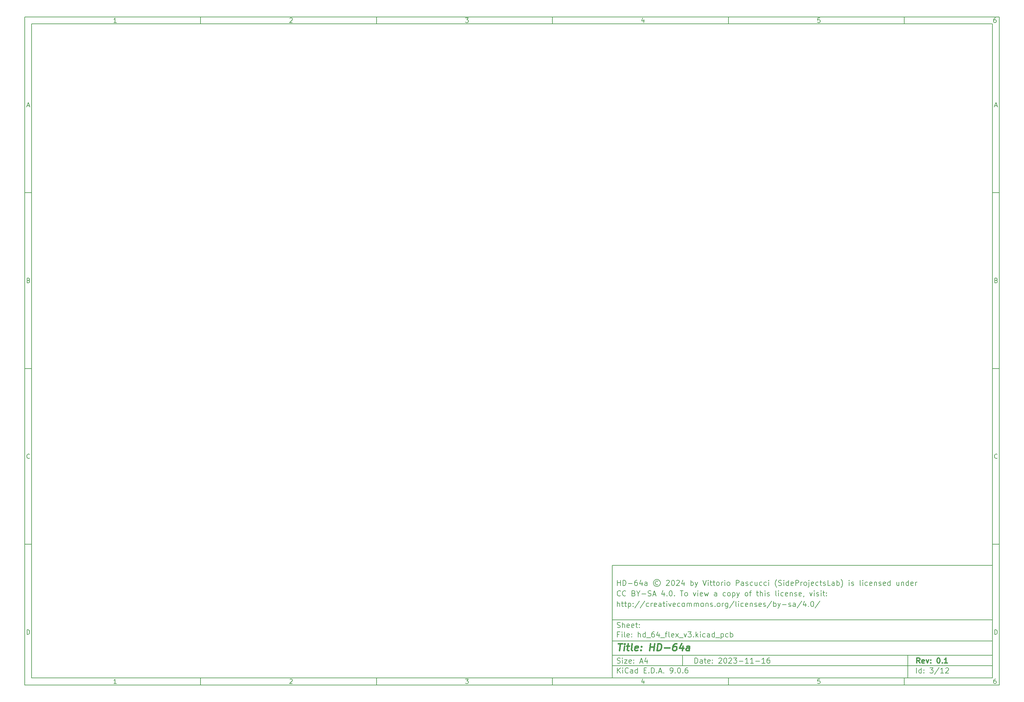
<source format=gbr>
%TF.GenerationSoftware,KiCad,Pcbnew,9.0.6*%
%TF.CreationDate,2025-11-27T00:35:39+01:00*%
%TF.ProjectId,hd_64_flex_v3,68645f36-345f-4666-9c65-785f76332e6b,0.1*%
%TF.SameCoordinates,PXd801da0PY3c45b00*%
%TF.FileFunction,Paste,Top*%
%TF.FilePolarity,Positive*%
%FSLAX46Y46*%
G04 Gerber Fmt 4.6, Leading zero omitted, Abs format (unit mm)*
G04 Created by KiCad (PCBNEW 9.0.6) date 2025-11-27 00:35:39*
%MOMM*%
%LPD*%
G01*
G04 APERTURE LIST*
%ADD10C,0.100000*%
%ADD11C,0.150000*%
%ADD12C,0.300000*%
%ADD13C,0.400000*%
G04 APERTURE END LIST*
D10*
D11*
X-49497800Y-102807200D02*
X58502200Y-102807200D01*
X58502200Y-134807200D01*
X-49497800Y-134807200D01*
X-49497800Y-102807200D01*
D10*
D11*
X-216500000Y53200000D02*
X60502200Y53200000D01*
X60502200Y-136807200D01*
X-216500000Y-136807200D01*
X-216500000Y53200000D01*
D10*
D11*
X-214500000Y51200000D02*
X58502200Y51200000D01*
X58502200Y-134807200D01*
X-214500000Y-134807200D01*
X-214500000Y51200000D01*
D10*
D11*
X-166500000Y51200000D02*
X-166500000Y53200000D01*
D10*
D11*
X-116500000Y51200000D02*
X-116500000Y53200000D01*
D10*
D11*
X-66500000Y51200000D02*
X-66500000Y53200000D01*
D10*
D11*
X-16500000Y51200000D02*
X-16500000Y53200000D01*
D10*
D11*
X33500000Y51200000D02*
X33500000Y53200000D01*
D10*
D11*
X-190410840Y51606396D02*
X-191153697Y51606396D01*
X-190782269Y51606396D02*
X-190782269Y52906396D01*
X-190782269Y52906396D02*
X-190906078Y52720681D01*
X-190906078Y52720681D02*
X-191029888Y52596872D01*
X-191029888Y52596872D02*
X-191153697Y52534967D01*
D10*
D11*
X-141153697Y52782586D02*
X-141091793Y52844491D01*
X-141091793Y52844491D02*
X-140967983Y52906396D01*
X-140967983Y52906396D02*
X-140658459Y52906396D01*
X-140658459Y52906396D02*
X-140534650Y52844491D01*
X-140534650Y52844491D02*
X-140472745Y52782586D01*
X-140472745Y52782586D02*
X-140410840Y52658777D01*
X-140410840Y52658777D02*
X-140410840Y52534967D01*
X-140410840Y52534967D02*
X-140472745Y52349253D01*
X-140472745Y52349253D02*
X-141215602Y51606396D01*
X-141215602Y51606396D02*
X-140410840Y51606396D01*
D10*
D11*
X-91215602Y52906396D02*
X-90410840Y52906396D01*
X-90410840Y52906396D02*
X-90844174Y52411158D01*
X-90844174Y52411158D02*
X-90658459Y52411158D01*
X-90658459Y52411158D02*
X-90534650Y52349253D01*
X-90534650Y52349253D02*
X-90472745Y52287348D01*
X-90472745Y52287348D02*
X-90410840Y52163539D01*
X-90410840Y52163539D02*
X-90410840Y51854015D01*
X-90410840Y51854015D02*
X-90472745Y51730205D01*
X-90472745Y51730205D02*
X-90534650Y51668300D01*
X-90534650Y51668300D02*
X-90658459Y51606396D01*
X-90658459Y51606396D02*
X-91029888Y51606396D01*
X-91029888Y51606396D02*
X-91153697Y51668300D01*
X-91153697Y51668300D02*
X-91215602Y51730205D01*
D10*
D11*
X-40534650Y52473062D02*
X-40534650Y51606396D01*
X-40844174Y52968300D02*
X-41153697Y52039729D01*
X-41153697Y52039729D02*
X-40348936Y52039729D01*
D10*
D11*
X9527255Y52906396D02*
X8908207Y52906396D01*
X8908207Y52906396D02*
X8846303Y52287348D01*
X8846303Y52287348D02*
X8908207Y52349253D01*
X8908207Y52349253D02*
X9032017Y52411158D01*
X9032017Y52411158D02*
X9341541Y52411158D01*
X9341541Y52411158D02*
X9465350Y52349253D01*
X9465350Y52349253D02*
X9527255Y52287348D01*
X9527255Y52287348D02*
X9589160Y52163539D01*
X9589160Y52163539D02*
X9589160Y51854015D01*
X9589160Y51854015D02*
X9527255Y51730205D01*
X9527255Y51730205D02*
X9465350Y51668300D01*
X9465350Y51668300D02*
X9341541Y51606396D01*
X9341541Y51606396D02*
X9032017Y51606396D01*
X9032017Y51606396D02*
X8908207Y51668300D01*
X8908207Y51668300D02*
X8846303Y51730205D01*
D10*
D11*
X59465350Y52906396D02*
X59217731Y52906396D01*
X59217731Y52906396D02*
X59093922Y52844491D01*
X59093922Y52844491D02*
X59032017Y52782586D01*
X59032017Y52782586D02*
X58908207Y52596872D01*
X58908207Y52596872D02*
X58846303Y52349253D01*
X58846303Y52349253D02*
X58846303Y51854015D01*
X58846303Y51854015D02*
X58908207Y51730205D01*
X58908207Y51730205D02*
X58970112Y51668300D01*
X58970112Y51668300D02*
X59093922Y51606396D01*
X59093922Y51606396D02*
X59341541Y51606396D01*
X59341541Y51606396D02*
X59465350Y51668300D01*
X59465350Y51668300D02*
X59527255Y51730205D01*
X59527255Y51730205D02*
X59589160Y51854015D01*
X59589160Y51854015D02*
X59589160Y52163539D01*
X59589160Y52163539D02*
X59527255Y52287348D01*
X59527255Y52287348D02*
X59465350Y52349253D01*
X59465350Y52349253D02*
X59341541Y52411158D01*
X59341541Y52411158D02*
X59093922Y52411158D01*
X59093922Y52411158D02*
X58970112Y52349253D01*
X58970112Y52349253D02*
X58908207Y52287348D01*
X58908207Y52287348D02*
X58846303Y52163539D01*
D10*
D11*
X-166500000Y-134807200D02*
X-166500000Y-136807200D01*
D10*
D11*
X-116500000Y-134807200D02*
X-116500000Y-136807200D01*
D10*
D11*
X-66500000Y-134807200D02*
X-66500000Y-136807200D01*
D10*
D11*
X-16500000Y-134807200D02*
X-16500000Y-136807200D01*
D10*
D11*
X33500000Y-134807200D02*
X33500000Y-136807200D01*
D10*
D11*
X-190410840Y-136400804D02*
X-191153697Y-136400804D01*
X-190782269Y-136400804D02*
X-190782269Y-135100804D01*
X-190782269Y-135100804D02*
X-190906078Y-135286519D01*
X-190906078Y-135286519D02*
X-191029888Y-135410328D01*
X-191029888Y-135410328D02*
X-191153697Y-135472233D01*
D10*
D11*
X-141153697Y-135224614D02*
X-141091793Y-135162709D01*
X-141091793Y-135162709D02*
X-140967983Y-135100804D01*
X-140967983Y-135100804D02*
X-140658459Y-135100804D01*
X-140658459Y-135100804D02*
X-140534650Y-135162709D01*
X-140534650Y-135162709D02*
X-140472745Y-135224614D01*
X-140472745Y-135224614D02*
X-140410840Y-135348423D01*
X-140410840Y-135348423D02*
X-140410840Y-135472233D01*
X-140410840Y-135472233D02*
X-140472745Y-135657947D01*
X-140472745Y-135657947D02*
X-141215602Y-136400804D01*
X-141215602Y-136400804D02*
X-140410840Y-136400804D01*
D10*
D11*
X-91215602Y-135100804D02*
X-90410840Y-135100804D01*
X-90410840Y-135100804D02*
X-90844174Y-135596042D01*
X-90844174Y-135596042D02*
X-90658459Y-135596042D01*
X-90658459Y-135596042D02*
X-90534650Y-135657947D01*
X-90534650Y-135657947D02*
X-90472745Y-135719852D01*
X-90472745Y-135719852D02*
X-90410840Y-135843661D01*
X-90410840Y-135843661D02*
X-90410840Y-136153185D01*
X-90410840Y-136153185D02*
X-90472745Y-136276995D01*
X-90472745Y-136276995D02*
X-90534650Y-136338900D01*
X-90534650Y-136338900D02*
X-90658459Y-136400804D01*
X-90658459Y-136400804D02*
X-91029888Y-136400804D01*
X-91029888Y-136400804D02*
X-91153697Y-136338900D01*
X-91153697Y-136338900D02*
X-91215602Y-136276995D01*
D10*
D11*
X-40534650Y-135534138D02*
X-40534650Y-136400804D01*
X-40844174Y-135038900D02*
X-41153697Y-135967471D01*
X-41153697Y-135967471D02*
X-40348936Y-135967471D01*
D10*
D11*
X9527255Y-135100804D02*
X8908207Y-135100804D01*
X8908207Y-135100804D02*
X8846303Y-135719852D01*
X8846303Y-135719852D02*
X8908207Y-135657947D01*
X8908207Y-135657947D02*
X9032017Y-135596042D01*
X9032017Y-135596042D02*
X9341541Y-135596042D01*
X9341541Y-135596042D02*
X9465350Y-135657947D01*
X9465350Y-135657947D02*
X9527255Y-135719852D01*
X9527255Y-135719852D02*
X9589160Y-135843661D01*
X9589160Y-135843661D02*
X9589160Y-136153185D01*
X9589160Y-136153185D02*
X9527255Y-136276995D01*
X9527255Y-136276995D02*
X9465350Y-136338900D01*
X9465350Y-136338900D02*
X9341541Y-136400804D01*
X9341541Y-136400804D02*
X9032017Y-136400804D01*
X9032017Y-136400804D02*
X8908207Y-136338900D01*
X8908207Y-136338900D02*
X8846303Y-136276995D01*
D10*
D11*
X59465350Y-135100804D02*
X59217731Y-135100804D01*
X59217731Y-135100804D02*
X59093922Y-135162709D01*
X59093922Y-135162709D02*
X59032017Y-135224614D01*
X59032017Y-135224614D02*
X58908207Y-135410328D01*
X58908207Y-135410328D02*
X58846303Y-135657947D01*
X58846303Y-135657947D02*
X58846303Y-136153185D01*
X58846303Y-136153185D02*
X58908207Y-136276995D01*
X58908207Y-136276995D02*
X58970112Y-136338900D01*
X58970112Y-136338900D02*
X59093922Y-136400804D01*
X59093922Y-136400804D02*
X59341541Y-136400804D01*
X59341541Y-136400804D02*
X59465350Y-136338900D01*
X59465350Y-136338900D02*
X59527255Y-136276995D01*
X59527255Y-136276995D02*
X59589160Y-136153185D01*
X59589160Y-136153185D02*
X59589160Y-135843661D01*
X59589160Y-135843661D02*
X59527255Y-135719852D01*
X59527255Y-135719852D02*
X59465350Y-135657947D01*
X59465350Y-135657947D02*
X59341541Y-135596042D01*
X59341541Y-135596042D02*
X59093922Y-135596042D01*
X59093922Y-135596042D02*
X58970112Y-135657947D01*
X58970112Y-135657947D02*
X58908207Y-135719852D01*
X58908207Y-135719852D02*
X58846303Y-135843661D01*
D10*
D11*
X-216500000Y3200000D02*
X-214500000Y3200000D01*
D10*
D11*
X-216500000Y-46800000D02*
X-214500000Y-46800000D01*
D10*
D11*
X-216500000Y-96800000D02*
X-214500000Y-96800000D01*
D10*
D11*
X-215809524Y27977824D02*
X-215190477Y27977824D01*
X-215933334Y27606396D02*
X-215500001Y28906396D01*
X-215500001Y28906396D02*
X-215066667Y27606396D01*
D10*
D11*
X-215407143Y-21712652D02*
X-215221429Y-21774557D01*
X-215221429Y-21774557D02*
X-215159524Y-21836461D01*
X-215159524Y-21836461D02*
X-215097620Y-21960271D01*
X-215097620Y-21960271D02*
X-215097620Y-22145985D01*
X-215097620Y-22145985D02*
X-215159524Y-22269795D01*
X-215159524Y-22269795D02*
X-215221429Y-22331700D01*
X-215221429Y-22331700D02*
X-215345239Y-22393604D01*
X-215345239Y-22393604D02*
X-215840477Y-22393604D01*
X-215840477Y-22393604D02*
X-215840477Y-21093604D01*
X-215840477Y-21093604D02*
X-215407143Y-21093604D01*
X-215407143Y-21093604D02*
X-215283334Y-21155509D01*
X-215283334Y-21155509D02*
X-215221429Y-21217414D01*
X-215221429Y-21217414D02*
X-215159524Y-21341223D01*
X-215159524Y-21341223D02*
X-215159524Y-21465033D01*
X-215159524Y-21465033D02*
X-215221429Y-21588842D01*
X-215221429Y-21588842D02*
X-215283334Y-21650747D01*
X-215283334Y-21650747D02*
X-215407143Y-21712652D01*
X-215407143Y-21712652D02*
X-215840477Y-21712652D01*
D10*
D11*
X-215097620Y-72269795D02*
X-215159524Y-72331700D01*
X-215159524Y-72331700D02*
X-215345239Y-72393604D01*
X-215345239Y-72393604D02*
X-215469048Y-72393604D01*
X-215469048Y-72393604D02*
X-215654762Y-72331700D01*
X-215654762Y-72331700D02*
X-215778572Y-72207890D01*
X-215778572Y-72207890D02*
X-215840477Y-72084080D01*
X-215840477Y-72084080D02*
X-215902381Y-71836461D01*
X-215902381Y-71836461D02*
X-215902381Y-71650747D01*
X-215902381Y-71650747D02*
X-215840477Y-71403128D01*
X-215840477Y-71403128D02*
X-215778572Y-71279319D01*
X-215778572Y-71279319D02*
X-215654762Y-71155509D01*
X-215654762Y-71155509D02*
X-215469048Y-71093604D01*
X-215469048Y-71093604D02*
X-215345239Y-71093604D01*
X-215345239Y-71093604D02*
X-215159524Y-71155509D01*
X-215159524Y-71155509D02*
X-215097620Y-71217414D01*
D10*
D11*
X-215840477Y-122393604D02*
X-215840477Y-121093604D01*
X-215840477Y-121093604D02*
X-215530953Y-121093604D01*
X-215530953Y-121093604D02*
X-215345239Y-121155509D01*
X-215345239Y-121155509D02*
X-215221429Y-121279319D01*
X-215221429Y-121279319D02*
X-215159524Y-121403128D01*
X-215159524Y-121403128D02*
X-215097620Y-121650747D01*
X-215097620Y-121650747D02*
X-215097620Y-121836461D01*
X-215097620Y-121836461D02*
X-215159524Y-122084080D01*
X-215159524Y-122084080D02*
X-215221429Y-122207890D01*
X-215221429Y-122207890D02*
X-215345239Y-122331700D01*
X-215345239Y-122331700D02*
X-215530953Y-122393604D01*
X-215530953Y-122393604D02*
X-215840477Y-122393604D01*
D10*
D11*
X60502200Y3200000D02*
X58502200Y3200000D01*
D10*
D11*
X60502200Y-46800000D02*
X58502200Y-46800000D01*
D10*
D11*
X60502200Y-96800000D02*
X58502200Y-96800000D01*
D10*
D11*
X59192676Y27977824D02*
X59811723Y27977824D01*
X59068866Y27606396D02*
X59502199Y28906396D01*
X59502199Y28906396D02*
X59935533Y27606396D01*
D10*
D11*
X59595057Y-21712652D02*
X59780771Y-21774557D01*
X59780771Y-21774557D02*
X59842676Y-21836461D01*
X59842676Y-21836461D02*
X59904580Y-21960271D01*
X59904580Y-21960271D02*
X59904580Y-22145985D01*
X59904580Y-22145985D02*
X59842676Y-22269795D01*
X59842676Y-22269795D02*
X59780771Y-22331700D01*
X59780771Y-22331700D02*
X59656961Y-22393604D01*
X59656961Y-22393604D02*
X59161723Y-22393604D01*
X59161723Y-22393604D02*
X59161723Y-21093604D01*
X59161723Y-21093604D02*
X59595057Y-21093604D01*
X59595057Y-21093604D02*
X59718866Y-21155509D01*
X59718866Y-21155509D02*
X59780771Y-21217414D01*
X59780771Y-21217414D02*
X59842676Y-21341223D01*
X59842676Y-21341223D02*
X59842676Y-21465033D01*
X59842676Y-21465033D02*
X59780771Y-21588842D01*
X59780771Y-21588842D02*
X59718866Y-21650747D01*
X59718866Y-21650747D02*
X59595057Y-21712652D01*
X59595057Y-21712652D02*
X59161723Y-21712652D01*
D10*
D11*
X59904580Y-72269795D02*
X59842676Y-72331700D01*
X59842676Y-72331700D02*
X59656961Y-72393604D01*
X59656961Y-72393604D02*
X59533152Y-72393604D01*
X59533152Y-72393604D02*
X59347438Y-72331700D01*
X59347438Y-72331700D02*
X59223628Y-72207890D01*
X59223628Y-72207890D02*
X59161723Y-72084080D01*
X59161723Y-72084080D02*
X59099819Y-71836461D01*
X59099819Y-71836461D02*
X59099819Y-71650747D01*
X59099819Y-71650747D02*
X59161723Y-71403128D01*
X59161723Y-71403128D02*
X59223628Y-71279319D01*
X59223628Y-71279319D02*
X59347438Y-71155509D01*
X59347438Y-71155509D02*
X59533152Y-71093604D01*
X59533152Y-71093604D02*
X59656961Y-71093604D01*
X59656961Y-71093604D02*
X59842676Y-71155509D01*
X59842676Y-71155509D02*
X59904580Y-71217414D01*
D10*
D11*
X59161723Y-122393604D02*
X59161723Y-121093604D01*
X59161723Y-121093604D02*
X59471247Y-121093604D01*
X59471247Y-121093604D02*
X59656961Y-121155509D01*
X59656961Y-121155509D02*
X59780771Y-121279319D01*
X59780771Y-121279319D02*
X59842676Y-121403128D01*
X59842676Y-121403128D02*
X59904580Y-121650747D01*
X59904580Y-121650747D02*
X59904580Y-121836461D01*
X59904580Y-121836461D02*
X59842676Y-122084080D01*
X59842676Y-122084080D02*
X59780771Y-122207890D01*
X59780771Y-122207890D02*
X59656961Y-122331700D01*
X59656961Y-122331700D02*
X59471247Y-122393604D01*
X59471247Y-122393604D02*
X59161723Y-122393604D01*
D10*
D11*
X-26041974Y-130593328D02*
X-26041974Y-129093328D01*
X-26041974Y-129093328D02*
X-25684831Y-129093328D01*
X-25684831Y-129093328D02*
X-25470545Y-129164757D01*
X-25470545Y-129164757D02*
X-25327688Y-129307614D01*
X-25327688Y-129307614D02*
X-25256259Y-129450471D01*
X-25256259Y-129450471D02*
X-25184831Y-129736185D01*
X-25184831Y-129736185D02*
X-25184831Y-129950471D01*
X-25184831Y-129950471D02*
X-25256259Y-130236185D01*
X-25256259Y-130236185D02*
X-25327688Y-130379042D01*
X-25327688Y-130379042D02*
X-25470545Y-130521900D01*
X-25470545Y-130521900D02*
X-25684831Y-130593328D01*
X-25684831Y-130593328D02*
X-26041974Y-130593328D01*
X-23899116Y-130593328D02*
X-23899116Y-129807614D01*
X-23899116Y-129807614D02*
X-23970545Y-129664757D01*
X-23970545Y-129664757D02*
X-24113402Y-129593328D01*
X-24113402Y-129593328D02*
X-24399116Y-129593328D01*
X-24399116Y-129593328D02*
X-24541974Y-129664757D01*
X-23899116Y-130521900D02*
X-24041974Y-130593328D01*
X-24041974Y-130593328D02*
X-24399116Y-130593328D01*
X-24399116Y-130593328D02*
X-24541974Y-130521900D01*
X-24541974Y-130521900D02*
X-24613402Y-130379042D01*
X-24613402Y-130379042D02*
X-24613402Y-130236185D01*
X-24613402Y-130236185D02*
X-24541974Y-130093328D01*
X-24541974Y-130093328D02*
X-24399116Y-130021900D01*
X-24399116Y-130021900D02*
X-24041974Y-130021900D01*
X-24041974Y-130021900D02*
X-23899116Y-129950471D01*
X-23399116Y-129593328D02*
X-22827688Y-129593328D01*
X-23184831Y-129093328D02*
X-23184831Y-130379042D01*
X-23184831Y-130379042D02*
X-23113402Y-130521900D01*
X-23113402Y-130521900D02*
X-22970545Y-130593328D01*
X-22970545Y-130593328D02*
X-22827688Y-130593328D01*
X-21756259Y-130521900D02*
X-21899116Y-130593328D01*
X-21899116Y-130593328D02*
X-22184830Y-130593328D01*
X-22184830Y-130593328D02*
X-22327688Y-130521900D01*
X-22327688Y-130521900D02*
X-22399116Y-130379042D01*
X-22399116Y-130379042D02*
X-22399116Y-129807614D01*
X-22399116Y-129807614D02*
X-22327688Y-129664757D01*
X-22327688Y-129664757D02*
X-22184830Y-129593328D01*
X-22184830Y-129593328D02*
X-21899116Y-129593328D01*
X-21899116Y-129593328D02*
X-21756259Y-129664757D01*
X-21756259Y-129664757D02*
X-21684830Y-129807614D01*
X-21684830Y-129807614D02*
X-21684830Y-129950471D01*
X-21684830Y-129950471D02*
X-22399116Y-130093328D01*
X-21041974Y-130450471D02*
X-20970545Y-130521900D01*
X-20970545Y-130521900D02*
X-21041974Y-130593328D01*
X-21041974Y-130593328D02*
X-21113402Y-130521900D01*
X-21113402Y-130521900D02*
X-21041974Y-130450471D01*
X-21041974Y-130450471D02*
X-21041974Y-130593328D01*
X-21041974Y-129664757D02*
X-20970545Y-129736185D01*
X-20970545Y-129736185D02*
X-21041974Y-129807614D01*
X-21041974Y-129807614D02*
X-21113402Y-129736185D01*
X-21113402Y-129736185D02*
X-21041974Y-129664757D01*
X-21041974Y-129664757D02*
X-21041974Y-129807614D01*
X-19256259Y-129236185D02*
X-19184831Y-129164757D01*
X-19184831Y-129164757D02*
X-19041973Y-129093328D01*
X-19041973Y-129093328D02*
X-18684831Y-129093328D01*
X-18684831Y-129093328D02*
X-18541973Y-129164757D01*
X-18541973Y-129164757D02*
X-18470545Y-129236185D01*
X-18470545Y-129236185D02*
X-18399116Y-129379042D01*
X-18399116Y-129379042D02*
X-18399116Y-129521900D01*
X-18399116Y-129521900D02*
X-18470545Y-129736185D01*
X-18470545Y-129736185D02*
X-19327688Y-130593328D01*
X-19327688Y-130593328D02*
X-18399116Y-130593328D01*
X-17470545Y-129093328D02*
X-17327688Y-129093328D01*
X-17327688Y-129093328D02*
X-17184831Y-129164757D01*
X-17184831Y-129164757D02*
X-17113402Y-129236185D01*
X-17113402Y-129236185D02*
X-17041974Y-129379042D01*
X-17041974Y-129379042D02*
X-16970545Y-129664757D01*
X-16970545Y-129664757D02*
X-16970545Y-130021900D01*
X-16970545Y-130021900D02*
X-17041974Y-130307614D01*
X-17041974Y-130307614D02*
X-17113402Y-130450471D01*
X-17113402Y-130450471D02*
X-17184831Y-130521900D01*
X-17184831Y-130521900D02*
X-17327688Y-130593328D01*
X-17327688Y-130593328D02*
X-17470545Y-130593328D01*
X-17470545Y-130593328D02*
X-17613402Y-130521900D01*
X-17613402Y-130521900D02*
X-17684831Y-130450471D01*
X-17684831Y-130450471D02*
X-17756260Y-130307614D01*
X-17756260Y-130307614D02*
X-17827688Y-130021900D01*
X-17827688Y-130021900D02*
X-17827688Y-129664757D01*
X-17827688Y-129664757D02*
X-17756260Y-129379042D01*
X-17756260Y-129379042D02*
X-17684831Y-129236185D01*
X-17684831Y-129236185D02*
X-17613402Y-129164757D01*
X-17613402Y-129164757D02*
X-17470545Y-129093328D01*
X-16399117Y-129236185D02*
X-16327689Y-129164757D01*
X-16327689Y-129164757D02*
X-16184831Y-129093328D01*
X-16184831Y-129093328D02*
X-15827689Y-129093328D01*
X-15827689Y-129093328D02*
X-15684831Y-129164757D01*
X-15684831Y-129164757D02*
X-15613403Y-129236185D01*
X-15613403Y-129236185D02*
X-15541974Y-129379042D01*
X-15541974Y-129379042D02*
X-15541974Y-129521900D01*
X-15541974Y-129521900D02*
X-15613403Y-129736185D01*
X-15613403Y-129736185D02*
X-16470546Y-130593328D01*
X-16470546Y-130593328D02*
X-15541974Y-130593328D01*
X-15041975Y-129093328D02*
X-14113403Y-129093328D01*
X-14113403Y-129093328D02*
X-14613403Y-129664757D01*
X-14613403Y-129664757D02*
X-14399118Y-129664757D01*
X-14399118Y-129664757D02*
X-14256260Y-129736185D01*
X-14256260Y-129736185D02*
X-14184832Y-129807614D01*
X-14184832Y-129807614D02*
X-14113403Y-129950471D01*
X-14113403Y-129950471D02*
X-14113403Y-130307614D01*
X-14113403Y-130307614D02*
X-14184832Y-130450471D01*
X-14184832Y-130450471D02*
X-14256260Y-130521900D01*
X-14256260Y-130521900D02*
X-14399118Y-130593328D01*
X-14399118Y-130593328D02*
X-14827689Y-130593328D01*
X-14827689Y-130593328D02*
X-14970546Y-130521900D01*
X-14970546Y-130521900D02*
X-15041975Y-130450471D01*
X-13470547Y-130021900D02*
X-12327689Y-130021900D01*
X-10827689Y-130593328D02*
X-11684832Y-130593328D01*
X-11256261Y-130593328D02*
X-11256261Y-129093328D01*
X-11256261Y-129093328D02*
X-11399118Y-129307614D01*
X-11399118Y-129307614D02*
X-11541975Y-129450471D01*
X-11541975Y-129450471D02*
X-11684832Y-129521900D01*
X-9399118Y-130593328D02*
X-10256261Y-130593328D01*
X-9827690Y-130593328D02*
X-9827690Y-129093328D01*
X-9827690Y-129093328D02*
X-9970547Y-129307614D01*
X-9970547Y-129307614D02*
X-10113404Y-129450471D01*
X-10113404Y-129450471D02*
X-10256261Y-129521900D01*
X-8756262Y-130021900D02*
X-7613404Y-130021900D01*
X-6113404Y-130593328D02*
X-6970547Y-130593328D01*
X-6541976Y-130593328D02*
X-6541976Y-129093328D01*
X-6541976Y-129093328D02*
X-6684833Y-129307614D01*
X-6684833Y-129307614D02*
X-6827690Y-129450471D01*
X-6827690Y-129450471D02*
X-6970547Y-129521900D01*
X-4827690Y-129093328D02*
X-5113405Y-129093328D01*
X-5113405Y-129093328D02*
X-5256262Y-129164757D01*
X-5256262Y-129164757D02*
X-5327690Y-129236185D01*
X-5327690Y-129236185D02*
X-5470548Y-129450471D01*
X-5470548Y-129450471D02*
X-5541976Y-129736185D01*
X-5541976Y-129736185D02*
X-5541976Y-130307614D01*
X-5541976Y-130307614D02*
X-5470548Y-130450471D01*
X-5470548Y-130450471D02*
X-5399119Y-130521900D01*
X-5399119Y-130521900D02*
X-5256262Y-130593328D01*
X-5256262Y-130593328D02*
X-4970548Y-130593328D01*
X-4970548Y-130593328D02*
X-4827690Y-130521900D01*
X-4827690Y-130521900D02*
X-4756262Y-130450471D01*
X-4756262Y-130450471D02*
X-4684833Y-130307614D01*
X-4684833Y-130307614D02*
X-4684833Y-129950471D01*
X-4684833Y-129950471D02*
X-4756262Y-129807614D01*
X-4756262Y-129807614D02*
X-4827690Y-129736185D01*
X-4827690Y-129736185D02*
X-4970548Y-129664757D01*
X-4970548Y-129664757D02*
X-5256262Y-129664757D01*
X-5256262Y-129664757D02*
X-5399119Y-129736185D01*
X-5399119Y-129736185D02*
X-5470548Y-129807614D01*
X-5470548Y-129807614D02*
X-5541976Y-129950471D01*
D10*
D11*
X-49497800Y-131307200D02*
X58502200Y-131307200D01*
D10*
D11*
X-48041974Y-133393328D02*
X-48041974Y-131893328D01*
X-47184831Y-133393328D02*
X-47827688Y-132536185D01*
X-47184831Y-131893328D02*
X-48041974Y-132750471D01*
X-46541974Y-133393328D02*
X-46541974Y-132393328D01*
X-46541974Y-131893328D02*
X-46613402Y-131964757D01*
X-46613402Y-131964757D02*
X-46541974Y-132036185D01*
X-46541974Y-132036185D02*
X-46470545Y-131964757D01*
X-46470545Y-131964757D02*
X-46541974Y-131893328D01*
X-46541974Y-131893328D02*
X-46541974Y-132036185D01*
X-44970545Y-133250471D02*
X-45041973Y-133321900D01*
X-45041973Y-133321900D02*
X-45256259Y-133393328D01*
X-45256259Y-133393328D02*
X-45399116Y-133393328D01*
X-45399116Y-133393328D02*
X-45613402Y-133321900D01*
X-45613402Y-133321900D02*
X-45756259Y-133179042D01*
X-45756259Y-133179042D02*
X-45827688Y-133036185D01*
X-45827688Y-133036185D02*
X-45899116Y-132750471D01*
X-45899116Y-132750471D02*
X-45899116Y-132536185D01*
X-45899116Y-132536185D02*
X-45827688Y-132250471D01*
X-45827688Y-132250471D02*
X-45756259Y-132107614D01*
X-45756259Y-132107614D02*
X-45613402Y-131964757D01*
X-45613402Y-131964757D02*
X-45399116Y-131893328D01*
X-45399116Y-131893328D02*
X-45256259Y-131893328D01*
X-45256259Y-131893328D02*
X-45041973Y-131964757D01*
X-45041973Y-131964757D02*
X-44970545Y-132036185D01*
X-43684830Y-133393328D02*
X-43684830Y-132607614D01*
X-43684830Y-132607614D02*
X-43756259Y-132464757D01*
X-43756259Y-132464757D02*
X-43899116Y-132393328D01*
X-43899116Y-132393328D02*
X-44184830Y-132393328D01*
X-44184830Y-132393328D02*
X-44327688Y-132464757D01*
X-43684830Y-133321900D02*
X-43827688Y-133393328D01*
X-43827688Y-133393328D02*
X-44184830Y-133393328D01*
X-44184830Y-133393328D02*
X-44327688Y-133321900D01*
X-44327688Y-133321900D02*
X-44399116Y-133179042D01*
X-44399116Y-133179042D02*
X-44399116Y-133036185D01*
X-44399116Y-133036185D02*
X-44327688Y-132893328D01*
X-44327688Y-132893328D02*
X-44184830Y-132821900D01*
X-44184830Y-132821900D02*
X-43827688Y-132821900D01*
X-43827688Y-132821900D02*
X-43684830Y-132750471D01*
X-42327687Y-133393328D02*
X-42327687Y-131893328D01*
X-42327687Y-133321900D02*
X-42470545Y-133393328D01*
X-42470545Y-133393328D02*
X-42756259Y-133393328D01*
X-42756259Y-133393328D02*
X-42899116Y-133321900D01*
X-42899116Y-133321900D02*
X-42970545Y-133250471D01*
X-42970545Y-133250471D02*
X-43041973Y-133107614D01*
X-43041973Y-133107614D02*
X-43041973Y-132679042D01*
X-43041973Y-132679042D02*
X-42970545Y-132536185D01*
X-42970545Y-132536185D02*
X-42899116Y-132464757D01*
X-42899116Y-132464757D02*
X-42756259Y-132393328D01*
X-42756259Y-132393328D02*
X-42470545Y-132393328D01*
X-42470545Y-132393328D02*
X-42327687Y-132464757D01*
X-40470545Y-132607614D02*
X-39970545Y-132607614D01*
X-39756259Y-133393328D02*
X-40470545Y-133393328D01*
X-40470545Y-133393328D02*
X-40470545Y-131893328D01*
X-40470545Y-131893328D02*
X-39756259Y-131893328D01*
X-39113402Y-133250471D02*
X-39041973Y-133321900D01*
X-39041973Y-133321900D02*
X-39113402Y-133393328D01*
X-39113402Y-133393328D02*
X-39184830Y-133321900D01*
X-39184830Y-133321900D02*
X-39113402Y-133250471D01*
X-39113402Y-133250471D02*
X-39113402Y-133393328D01*
X-38399116Y-133393328D02*
X-38399116Y-131893328D01*
X-38399116Y-131893328D02*
X-38041973Y-131893328D01*
X-38041973Y-131893328D02*
X-37827687Y-131964757D01*
X-37827687Y-131964757D02*
X-37684830Y-132107614D01*
X-37684830Y-132107614D02*
X-37613401Y-132250471D01*
X-37613401Y-132250471D02*
X-37541973Y-132536185D01*
X-37541973Y-132536185D02*
X-37541973Y-132750471D01*
X-37541973Y-132750471D02*
X-37613401Y-133036185D01*
X-37613401Y-133036185D02*
X-37684830Y-133179042D01*
X-37684830Y-133179042D02*
X-37827687Y-133321900D01*
X-37827687Y-133321900D02*
X-38041973Y-133393328D01*
X-38041973Y-133393328D02*
X-38399116Y-133393328D01*
X-36899116Y-133250471D02*
X-36827687Y-133321900D01*
X-36827687Y-133321900D02*
X-36899116Y-133393328D01*
X-36899116Y-133393328D02*
X-36970544Y-133321900D01*
X-36970544Y-133321900D02*
X-36899116Y-133250471D01*
X-36899116Y-133250471D02*
X-36899116Y-133393328D01*
X-36256258Y-132964757D02*
X-35541972Y-132964757D01*
X-36399115Y-133393328D02*
X-35899115Y-131893328D01*
X-35899115Y-131893328D02*
X-35399115Y-133393328D01*
X-34899116Y-133250471D02*
X-34827687Y-133321900D01*
X-34827687Y-133321900D02*
X-34899116Y-133393328D01*
X-34899116Y-133393328D02*
X-34970544Y-133321900D01*
X-34970544Y-133321900D02*
X-34899116Y-133250471D01*
X-34899116Y-133250471D02*
X-34899116Y-133393328D01*
X-32970544Y-133393328D02*
X-32684830Y-133393328D01*
X-32684830Y-133393328D02*
X-32541973Y-133321900D01*
X-32541973Y-133321900D02*
X-32470544Y-133250471D01*
X-32470544Y-133250471D02*
X-32327687Y-133036185D01*
X-32327687Y-133036185D02*
X-32256258Y-132750471D01*
X-32256258Y-132750471D02*
X-32256258Y-132179042D01*
X-32256258Y-132179042D02*
X-32327687Y-132036185D01*
X-32327687Y-132036185D02*
X-32399115Y-131964757D01*
X-32399115Y-131964757D02*
X-32541973Y-131893328D01*
X-32541973Y-131893328D02*
X-32827687Y-131893328D01*
X-32827687Y-131893328D02*
X-32970544Y-131964757D01*
X-32970544Y-131964757D02*
X-33041973Y-132036185D01*
X-33041973Y-132036185D02*
X-33113401Y-132179042D01*
X-33113401Y-132179042D02*
X-33113401Y-132536185D01*
X-33113401Y-132536185D02*
X-33041973Y-132679042D01*
X-33041973Y-132679042D02*
X-32970544Y-132750471D01*
X-32970544Y-132750471D02*
X-32827687Y-132821900D01*
X-32827687Y-132821900D02*
X-32541973Y-132821900D01*
X-32541973Y-132821900D02*
X-32399115Y-132750471D01*
X-32399115Y-132750471D02*
X-32327687Y-132679042D01*
X-32327687Y-132679042D02*
X-32256258Y-132536185D01*
X-31613402Y-133250471D02*
X-31541973Y-133321900D01*
X-31541973Y-133321900D02*
X-31613402Y-133393328D01*
X-31613402Y-133393328D02*
X-31684830Y-133321900D01*
X-31684830Y-133321900D02*
X-31613402Y-133250471D01*
X-31613402Y-133250471D02*
X-31613402Y-133393328D01*
X-30613401Y-131893328D02*
X-30470544Y-131893328D01*
X-30470544Y-131893328D02*
X-30327687Y-131964757D01*
X-30327687Y-131964757D02*
X-30256258Y-132036185D01*
X-30256258Y-132036185D02*
X-30184830Y-132179042D01*
X-30184830Y-132179042D02*
X-30113401Y-132464757D01*
X-30113401Y-132464757D02*
X-30113401Y-132821900D01*
X-30113401Y-132821900D02*
X-30184830Y-133107614D01*
X-30184830Y-133107614D02*
X-30256258Y-133250471D01*
X-30256258Y-133250471D02*
X-30327687Y-133321900D01*
X-30327687Y-133321900D02*
X-30470544Y-133393328D01*
X-30470544Y-133393328D02*
X-30613401Y-133393328D01*
X-30613401Y-133393328D02*
X-30756258Y-133321900D01*
X-30756258Y-133321900D02*
X-30827687Y-133250471D01*
X-30827687Y-133250471D02*
X-30899116Y-133107614D01*
X-30899116Y-133107614D02*
X-30970544Y-132821900D01*
X-30970544Y-132821900D02*
X-30970544Y-132464757D01*
X-30970544Y-132464757D02*
X-30899116Y-132179042D01*
X-30899116Y-132179042D02*
X-30827687Y-132036185D01*
X-30827687Y-132036185D02*
X-30756258Y-131964757D01*
X-30756258Y-131964757D02*
X-30613401Y-131893328D01*
X-29470545Y-133250471D02*
X-29399116Y-133321900D01*
X-29399116Y-133321900D02*
X-29470545Y-133393328D01*
X-29470545Y-133393328D02*
X-29541973Y-133321900D01*
X-29541973Y-133321900D02*
X-29470545Y-133250471D01*
X-29470545Y-133250471D02*
X-29470545Y-133393328D01*
X-28113401Y-131893328D02*
X-28399116Y-131893328D01*
X-28399116Y-131893328D02*
X-28541973Y-131964757D01*
X-28541973Y-131964757D02*
X-28613401Y-132036185D01*
X-28613401Y-132036185D02*
X-28756259Y-132250471D01*
X-28756259Y-132250471D02*
X-28827687Y-132536185D01*
X-28827687Y-132536185D02*
X-28827687Y-133107614D01*
X-28827687Y-133107614D02*
X-28756259Y-133250471D01*
X-28756259Y-133250471D02*
X-28684830Y-133321900D01*
X-28684830Y-133321900D02*
X-28541973Y-133393328D01*
X-28541973Y-133393328D02*
X-28256259Y-133393328D01*
X-28256259Y-133393328D02*
X-28113401Y-133321900D01*
X-28113401Y-133321900D02*
X-28041973Y-133250471D01*
X-28041973Y-133250471D02*
X-27970544Y-133107614D01*
X-27970544Y-133107614D02*
X-27970544Y-132750471D01*
X-27970544Y-132750471D02*
X-28041973Y-132607614D01*
X-28041973Y-132607614D02*
X-28113401Y-132536185D01*
X-28113401Y-132536185D02*
X-28256259Y-132464757D01*
X-28256259Y-132464757D02*
X-28541973Y-132464757D01*
X-28541973Y-132464757D02*
X-28684830Y-132536185D01*
X-28684830Y-132536185D02*
X-28756259Y-132607614D01*
X-28756259Y-132607614D02*
X-28827687Y-132750471D01*
D10*
D11*
X-49497800Y-128307200D02*
X58502200Y-128307200D01*
D10*
D12*
X37913853Y-130585528D02*
X37413853Y-129871242D01*
X37056710Y-130585528D02*
X37056710Y-129085528D01*
X37056710Y-129085528D02*
X37628139Y-129085528D01*
X37628139Y-129085528D02*
X37770996Y-129156957D01*
X37770996Y-129156957D02*
X37842425Y-129228385D01*
X37842425Y-129228385D02*
X37913853Y-129371242D01*
X37913853Y-129371242D02*
X37913853Y-129585528D01*
X37913853Y-129585528D02*
X37842425Y-129728385D01*
X37842425Y-129728385D02*
X37770996Y-129799814D01*
X37770996Y-129799814D02*
X37628139Y-129871242D01*
X37628139Y-129871242D02*
X37056710Y-129871242D01*
X39128139Y-130514100D02*
X38985282Y-130585528D01*
X38985282Y-130585528D02*
X38699568Y-130585528D01*
X38699568Y-130585528D02*
X38556710Y-130514100D01*
X38556710Y-130514100D02*
X38485282Y-130371242D01*
X38485282Y-130371242D02*
X38485282Y-129799814D01*
X38485282Y-129799814D02*
X38556710Y-129656957D01*
X38556710Y-129656957D02*
X38699568Y-129585528D01*
X38699568Y-129585528D02*
X38985282Y-129585528D01*
X38985282Y-129585528D02*
X39128139Y-129656957D01*
X39128139Y-129656957D02*
X39199568Y-129799814D01*
X39199568Y-129799814D02*
X39199568Y-129942671D01*
X39199568Y-129942671D02*
X38485282Y-130085528D01*
X39699567Y-129585528D02*
X40056710Y-130585528D01*
X40056710Y-130585528D02*
X40413853Y-129585528D01*
X40985281Y-130442671D02*
X41056710Y-130514100D01*
X41056710Y-130514100D02*
X40985281Y-130585528D01*
X40985281Y-130585528D02*
X40913853Y-130514100D01*
X40913853Y-130514100D02*
X40985281Y-130442671D01*
X40985281Y-130442671D02*
X40985281Y-130585528D01*
X40985281Y-129656957D02*
X41056710Y-129728385D01*
X41056710Y-129728385D02*
X40985281Y-129799814D01*
X40985281Y-129799814D02*
X40913853Y-129728385D01*
X40913853Y-129728385D02*
X40985281Y-129656957D01*
X40985281Y-129656957D02*
X40985281Y-129799814D01*
X43128139Y-129085528D02*
X43270996Y-129085528D01*
X43270996Y-129085528D02*
X43413853Y-129156957D01*
X43413853Y-129156957D02*
X43485282Y-129228385D01*
X43485282Y-129228385D02*
X43556710Y-129371242D01*
X43556710Y-129371242D02*
X43628139Y-129656957D01*
X43628139Y-129656957D02*
X43628139Y-130014100D01*
X43628139Y-130014100D02*
X43556710Y-130299814D01*
X43556710Y-130299814D02*
X43485282Y-130442671D01*
X43485282Y-130442671D02*
X43413853Y-130514100D01*
X43413853Y-130514100D02*
X43270996Y-130585528D01*
X43270996Y-130585528D02*
X43128139Y-130585528D01*
X43128139Y-130585528D02*
X42985282Y-130514100D01*
X42985282Y-130514100D02*
X42913853Y-130442671D01*
X42913853Y-130442671D02*
X42842424Y-130299814D01*
X42842424Y-130299814D02*
X42770996Y-130014100D01*
X42770996Y-130014100D02*
X42770996Y-129656957D01*
X42770996Y-129656957D02*
X42842424Y-129371242D01*
X42842424Y-129371242D02*
X42913853Y-129228385D01*
X42913853Y-129228385D02*
X42985282Y-129156957D01*
X42985282Y-129156957D02*
X43128139Y-129085528D01*
X44270995Y-130442671D02*
X44342424Y-130514100D01*
X44342424Y-130514100D02*
X44270995Y-130585528D01*
X44270995Y-130585528D02*
X44199567Y-130514100D01*
X44199567Y-130514100D02*
X44270995Y-130442671D01*
X44270995Y-130442671D02*
X44270995Y-130585528D01*
X45770996Y-130585528D02*
X44913853Y-130585528D01*
X45342424Y-130585528D02*
X45342424Y-129085528D01*
X45342424Y-129085528D02*
X45199567Y-129299814D01*
X45199567Y-129299814D02*
X45056710Y-129442671D01*
X45056710Y-129442671D02*
X44913853Y-129514100D01*
D10*
D11*
X-48113402Y-130521900D02*
X-47899116Y-130593328D01*
X-47899116Y-130593328D02*
X-47541974Y-130593328D01*
X-47541974Y-130593328D02*
X-47399116Y-130521900D01*
X-47399116Y-130521900D02*
X-47327688Y-130450471D01*
X-47327688Y-130450471D02*
X-47256259Y-130307614D01*
X-47256259Y-130307614D02*
X-47256259Y-130164757D01*
X-47256259Y-130164757D02*
X-47327688Y-130021900D01*
X-47327688Y-130021900D02*
X-47399116Y-129950471D01*
X-47399116Y-129950471D02*
X-47541974Y-129879042D01*
X-47541974Y-129879042D02*
X-47827688Y-129807614D01*
X-47827688Y-129807614D02*
X-47970545Y-129736185D01*
X-47970545Y-129736185D02*
X-48041974Y-129664757D01*
X-48041974Y-129664757D02*
X-48113402Y-129521900D01*
X-48113402Y-129521900D02*
X-48113402Y-129379042D01*
X-48113402Y-129379042D02*
X-48041974Y-129236185D01*
X-48041974Y-129236185D02*
X-47970545Y-129164757D01*
X-47970545Y-129164757D02*
X-47827688Y-129093328D01*
X-47827688Y-129093328D02*
X-47470545Y-129093328D01*
X-47470545Y-129093328D02*
X-47256259Y-129164757D01*
X-46613403Y-130593328D02*
X-46613403Y-129593328D01*
X-46613403Y-129093328D02*
X-46684831Y-129164757D01*
X-46684831Y-129164757D02*
X-46613403Y-129236185D01*
X-46613403Y-129236185D02*
X-46541974Y-129164757D01*
X-46541974Y-129164757D02*
X-46613403Y-129093328D01*
X-46613403Y-129093328D02*
X-46613403Y-129236185D01*
X-46041974Y-129593328D02*
X-45256259Y-129593328D01*
X-45256259Y-129593328D02*
X-46041974Y-130593328D01*
X-46041974Y-130593328D02*
X-45256259Y-130593328D01*
X-44113402Y-130521900D02*
X-44256259Y-130593328D01*
X-44256259Y-130593328D02*
X-44541973Y-130593328D01*
X-44541973Y-130593328D02*
X-44684831Y-130521900D01*
X-44684831Y-130521900D02*
X-44756259Y-130379042D01*
X-44756259Y-130379042D02*
X-44756259Y-129807614D01*
X-44756259Y-129807614D02*
X-44684831Y-129664757D01*
X-44684831Y-129664757D02*
X-44541973Y-129593328D01*
X-44541973Y-129593328D02*
X-44256259Y-129593328D01*
X-44256259Y-129593328D02*
X-44113402Y-129664757D01*
X-44113402Y-129664757D02*
X-44041973Y-129807614D01*
X-44041973Y-129807614D02*
X-44041973Y-129950471D01*
X-44041973Y-129950471D02*
X-44756259Y-130093328D01*
X-43399117Y-130450471D02*
X-43327688Y-130521900D01*
X-43327688Y-130521900D02*
X-43399117Y-130593328D01*
X-43399117Y-130593328D02*
X-43470545Y-130521900D01*
X-43470545Y-130521900D02*
X-43399117Y-130450471D01*
X-43399117Y-130450471D02*
X-43399117Y-130593328D01*
X-43399117Y-129664757D02*
X-43327688Y-129736185D01*
X-43327688Y-129736185D02*
X-43399117Y-129807614D01*
X-43399117Y-129807614D02*
X-43470545Y-129736185D01*
X-43470545Y-129736185D02*
X-43399117Y-129664757D01*
X-43399117Y-129664757D02*
X-43399117Y-129807614D01*
X-41613402Y-130164757D02*
X-40899116Y-130164757D01*
X-41756259Y-130593328D02*
X-41256259Y-129093328D01*
X-41256259Y-129093328D02*
X-40756259Y-130593328D01*
X-39613402Y-129593328D02*
X-39613402Y-130593328D01*
X-39970545Y-129021900D02*
X-40327688Y-130093328D01*
X-40327688Y-130093328D02*
X-39399117Y-130093328D01*
D10*
D11*
X36958026Y-133393328D02*
X36958026Y-131893328D01*
X38315170Y-133393328D02*
X38315170Y-131893328D01*
X38315170Y-133321900D02*
X38172312Y-133393328D01*
X38172312Y-133393328D02*
X37886598Y-133393328D01*
X37886598Y-133393328D02*
X37743741Y-133321900D01*
X37743741Y-133321900D02*
X37672312Y-133250471D01*
X37672312Y-133250471D02*
X37600884Y-133107614D01*
X37600884Y-133107614D02*
X37600884Y-132679042D01*
X37600884Y-132679042D02*
X37672312Y-132536185D01*
X37672312Y-132536185D02*
X37743741Y-132464757D01*
X37743741Y-132464757D02*
X37886598Y-132393328D01*
X37886598Y-132393328D02*
X38172312Y-132393328D01*
X38172312Y-132393328D02*
X38315170Y-132464757D01*
X39029455Y-133250471D02*
X39100884Y-133321900D01*
X39100884Y-133321900D02*
X39029455Y-133393328D01*
X39029455Y-133393328D02*
X38958027Y-133321900D01*
X38958027Y-133321900D02*
X39029455Y-133250471D01*
X39029455Y-133250471D02*
X39029455Y-133393328D01*
X39029455Y-132464757D02*
X39100884Y-132536185D01*
X39100884Y-132536185D02*
X39029455Y-132607614D01*
X39029455Y-132607614D02*
X38958027Y-132536185D01*
X38958027Y-132536185D02*
X39029455Y-132464757D01*
X39029455Y-132464757D02*
X39029455Y-132607614D01*
X40743741Y-131893328D02*
X41672313Y-131893328D01*
X41672313Y-131893328D02*
X41172313Y-132464757D01*
X41172313Y-132464757D02*
X41386598Y-132464757D01*
X41386598Y-132464757D02*
X41529456Y-132536185D01*
X41529456Y-132536185D02*
X41600884Y-132607614D01*
X41600884Y-132607614D02*
X41672313Y-132750471D01*
X41672313Y-132750471D02*
X41672313Y-133107614D01*
X41672313Y-133107614D02*
X41600884Y-133250471D01*
X41600884Y-133250471D02*
X41529456Y-133321900D01*
X41529456Y-133321900D02*
X41386598Y-133393328D01*
X41386598Y-133393328D02*
X40958027Y-133393328D01*
X40958027Y-133393328D02*
X40815170Y-133321900D01*
X40815170Y-133321900D02*
X40743741Y-133250471D01*
X43386598Y-131821900D02*
X42100884Y-133750471D01*
X44672313Y-133393328D02*
X43815170Y-133393328D01*
X44243741Y-133393328D02*
X44243741Y-131893328D01*
X44243741Y-131893328D02*
X44100884Y-132107614D01*
X44100884Y-132107614D02*
X43958027Y-132250471D01*
X43958027Y-132250471D02*
X43815170Y-132321900D01*
X45243741Y-132036185D02*
X45315169Y-131964757D01*
X45315169Y-131964757D02*
X45458027Y-131893328D01*
X45458027Y-131893328D02*
X45815169Y-131893328D01*
X45815169Y-131893328D02*
X45958027Y-131964757D01*
X45958027Y-131964757D02*
X46029455Y-132036185D01*
X46029455Y-132036185D02*
X46100884Y-132179042D01*
X46100884Y-132179042D02*
X46100884Y-132321900D01*
X46100884Y-132321900D02*
X46029455Y-132536185D01*
X46029455Y-132536185D02*
X45172312Y-133393328D01*
X45172312Y-133393328D02*
X46100884Y-133393328D01*
D10*
D11*
X-49497800Y-124307200D02*
X58502200Y-124307200D01*
D10*
D13*
X-47806072Y-125011638D02*
X-46663215Y-125011638D01*
X-47484643Y-127011638D02*
X-47234643Y-125011638D01*
X-46246548Y-127011638D02*
X-46079881Y-125678304D01*
X-45996548Y-125011638D02*
X-46103691Y-125106876D01*
X-46103691Y-125106876D02*
X-46020357Y-125202114D01*
X-46020357Y-125202114D02*
X-45913214Y-125106876D01*
X-45913214Y-125106876D02*
X-45996548Y-125011638D01*
X-45996548Y-125011638D02*
X-46020357Y-125202114D01*
X-45413214Y-125678304D02*
X-44651310Y-125678304D01*
X-45044167Y-125011638D02*
X-45258452Y-126725923D01*
X-45258452Y-126725923D02*
X-45187024Y-126916400D01*
X-45187024Y-126916400D02*
X-45008452Y-127011638D01*
X-45008452Y-127011638D02*
X-44817976Y-127011638D01*
X-43865595Y-127011638D02*
X-44044167Y-126916400D01*
X-44044167Y-126916400D02*
X-44115595Y-126725923D01*
X-44115595Y-126725923D02*
X-43901310Y-125011638D01*
X-42329881Y-126916400D02*
X-42532262Y-127011638D01*
X-42532262Y-127011638D02*
X-42913215Y-127011638D01*
X-42913215Y-127011638D02*
X-43091786Y-126916400D01*
X-43091786Y-126916400D02*
X-43163215Y-126725923D01*
X-43163215Y-126725923D02*
X-43067976Y-125964019D01*
X-43067976Y-125964019D02*
X-42948929Y-125773542D01*
X-42948929Y-125773542D02*
X-42746548Y-125678304D01*
X-42746548Y-125678304D02*
X-42365596Y-125678304D01*
X-42365596Y-125678304D02*
X-42187024Y-125773542D01*
X-42187024Y-125773542D02*
X-42115596Y-125964019D01*
X-42115596Y-125964019D02*
X-42139405Y-126154495D01*
X-42139405Y-126154495D02*
X-43115596Y-126344971D01*
X-41365595Y-126821161D02*
X-41282262Y-126916400D01*
X-41282262Y-126916400D02*
X-41389405Y-127011638D01*
X-41389405Y-127011638D02*
X-41472738Y-126916400D01*
X-41472738Y-126916400D02*
X-41365595Y-126821161D01*
X-41365595Y-126821161D02*
X-41389405Y-127011638D01*
X-41234643Y-125773542D02*
X-41151310Y-125868780D01*
X-41151310Y-125868780D02*
X-41258452Y-125964019D01*
X-41258452Y-125964019D02*
X-41341786Y-125868780D01*
X-41341786Y-125868780D02*
X-41234643Y-125773542D01*
X-41234643Y-125773542D02*
X-41258452Y-125964019D01*
X-38913214Y-127011638D02*
X-38663214Y-125011638D01*
X-38782261Y-125964019D02*
X-37639404Y-125964019D01*
X-37770357Y-127011638D02*
X-37520357Y-125011638D01*
X-36817976Y-127011638D02*
X-36567976Y-125011638D01*
X-36567976Y-125011638D02*
X-36091785Y-125011638D01*
X-36091785Y-125011638D02*
X-35817976Y-125106876D01*
X-35817976Y-125106876D02*
X-35651309Y-125297352D01*
X-35651309Y-125297352D02*
X-35579881Y-125487828D01*
X-35579881Y-125487828D02*
X-35532261Y-125868780D01*
X-35532261Y-125868780D02*
X-35567976Y-126154495D01*
X-35567976Y-126154495D02*
X-35710833Y-126535447D01*
X-35710833Y-126535447D02*
X-35829881Y-126725923D01*
X-35829881Y-126725923D02*
X-36044166Y-126916400D01*
X-36044166Y-126916400D02*
X-36341785Y-127011638D01*
X-36341785Y-127011638D02*
X-36817976Y-127011638D01*
X-34722738Y-126249733D02*
X-33198928Y-126249733D01*
X-31234643Y-125011638D02*
X-31615595Y-125011638D01*
X-31615595Y-125011638D02*
X-31817976Y-125106876D01*
X-31817976Y-125106876D02*
X-31925119Y-125202114D01*
X-31925119Y-125202114D02*
X-32151310Y-125487828D01*
X-32151310Y-125487828D02*
X-32294167Y-125868780D01*
X-32294167Y-125868780D02*
X-32389405Y-126630685D01*
X-32389405Y-126630685D02*
X-32317976Y-126821161D01*
X-32317976Y-126821161D02*
X-32234643Y-126916400D01*
X-32234643Y-126916400D02*
X-32056071Y-127011638D01*
X-32056071Y-127011638D02*
X-31675119Y-127011638D01*
X-31675119Y-127011638D02*
X-31472738Y-126916400D01*
X-31472738Y-126916400D02*
X-31365595Y-126821161D01*
X-31365595Y-126821161D02*
X-31246548Y-126630685D01*
X-31246548Y-126630685D02*
X-31187024Y-126154495D01*
X-31187024Y-126154495D02*
X-31258452Y-125964019D01*
X-31258452Y-125964019D02*
X-31341786Y-125868780D01*
X-31341786Y-125868780D02*
X-31520357Y-125773542D01*
X-31520357Y-125773542D02*
X-31901310Y-125773542D01*
X-31901310Y-125773542D02*
X-32103691Y-125868780D01*
X-32103691Y-125868780D02*
X-32210833Y-125964019D01*
X-32210833Y-125964019D02*
X-32329881Y-126154495D01*
X-29413214Y-125678304D02*
X-29579881Y-127011638D01*
X-29794167Y-124916400D02*
X-30448929Y-126344971D01*
X-30448929Y-126344971D02*
X-29210833Y-126344971D01*
X-27675119Y-127011638D02*
X-27544167Y-125964019D01*
X-27544167Y-125964019D02*
X-27615595Y-125773542D01*
X-27615595Y-125773542D02*
X-27794167Y-125678304D01*
X-27794167Y-125678304D02*
X-28175119Y-125678304D01*
X-28175119Y-125678304D02*
X-28377500Y-125773542D01*
X-27663214Y-126916400D02*
X-27865595Y-127011638D01*
X-27865595Y-127011638D02*
X-28341786Y-127011638D01*
X-28341786Y-127011638D02*
X-28520357Y-126916400D01*
X-28520357Y-126916400D02*
X-28591786Y-126725923D01*
X-28591786Y-126725923D02*
X-28567976Y-126535447D01*
X-28567976Y-126535447D02*
X-28448928Y-126344971D01*
X-28448928Y-126344971D02*
X-28246547Y-126249733D01*
X-28246547Y-126249733D02*
X-27770357Y-126249733D01*
X-27770357Y-126249733D02*
X-27567976Y-126154495D01*
D10*
D11*
X-47541974Y-122407614D02*
X-48041974Y-122407614D01*
X-48041974Y-123193328D02*
X-48041974Y-121693328D01*
X-48041974Y-121693328D02*
X-47327688Y-121693328D01*
X-46756260Y-123193328D02*
X-46756260Y-122193328D01*
X-46756260Y-121693328D02*
X-46827688Y-121764757D01*
X-46827688Y-121764757D02*
X-46756260Y-121836185D01*
X-46756260Y-121836185D02*
X-46684831Y-121764757D01*
X-46684831Y-121764757D02*
X-46756260Y-121693328D01*
X-46756260Y-121693328D02*
X-46756260Y-121836185D01*
X-45827688Y-123193328D02*
X-45970545Y-123121900D01*
X-45970545Y-123121900D02*
X-46041974Y-122979042D01*
X-46041974Y-122979042D02*
X-46041974Y-121693328D01*
X-44684831Y-123121900D02*
X-44827688Y-123193328D01*
X-44827688Y-123193328D02*
X-45113402Y-123193328D01*
X-45113402Y-123193328D02*
X-45256260Y-123121900D01*
X-45256260Y-123121900D02*
X-45327688Y-122979042D01*
X-45327688Y-122979042D02*
X-45327688Y-122407614D01*
X-45327688Y-122407614D02*
X-45256260Y-122264757D01*
X-45256260Y-122264757D02*
X-45113402Y-122193328D01*
X-45113402Y-122193328D02*
X-44827688Y-122193328D01*
X-44827688Y-122193328D02*
X-44684831Y-122264757D01*
X-44684831Y-122264757D02*
X-44613402Y-122407614D01*
X-44613402Y-122407614D02*
X-44613402Y-122550471D01*
X-44613402Y-122550471D02*
X-45327688Y-122693328D01*
X-43970546Y-123050471D02*
X-43899117Y-123121900D01*
X-43899117Y-123121900D02*
X-43970546Y-123193328D01*
X-43970546Y-123193328D02*
X-44041974Y-123121900D01*
X-44041974Y-123121900D02*
X-43970546Y-123050471D01*
X-43970546Y-123050471D02*
X-43970546Y-123193328D01*
X-43970546Y-122264757D02*
X-43899117Y-122336185D01*
X-43899117Y-122336185D02*
X-43970546Y-122407614D01*
X-43970546Y-122407614D02*
X-44041974Y-122336185D01*
X-44041974Y-122336185D02*
X-43970546Y-122264757D01*
X-43970546Y-122264757D02*
X-43970546Y-122407614D01*
X-42113403Y-123193328D02*
X-42113403Y-121693328D01*
X-41470545Y-123193328D02*
X-41470545Y-122407614D01*
X-41470545Y-122407614D02*
X-41541974Y-122264757D01*
X-41541974Y-122264757D02*
X-41684831Y-122193328D01*
X-41684831Y-122193328D02*
X-41899117Y-122193328D01*
X-41899117Y-122193328D02*
X-42041974Y-122264757D01*
X-42041974Y-122264757D02*
X-42113403Y-122336185D01*
X-40113402Y-123193328D02*
X-40113402Y-121693328D01*
X-40113402Y-123121900D02*
X-40256260Y-123193328D01*
X-40256260Y-123193328D02*
X-40541974Y-123193328D01*
X-40541974Y-123193328D02*
X-40684831Y-123121900D01*
X-40684831Y-123121900D02*
X-40756260Y-123050471D01*
X-40756260Y-123050471D02*
X-40827688Y-122907614D01*
X-40827688Y-122907614D02*
X-40827688Y-122479042D01*
X-40827688Y-122479042D02*
X-40756260Y-122336185D01*
X-40756260Y-122336185D02*
X-40684831Y-122264757D01*
X-40684831Y-122264757D02*
X-40541974Y-122193328D01*
X-40541974Y-122193328D02*
X-40256260Y-122193328D01*
X-40256260Y-122193328D02*
X-40113402Y-122264757D01*
X-39756259Y-123336185D02*
X-38613402Y-123336185D01*
X-37613402Y-121693328D02*
X-37899117Y-121693328D01*
X-37899117Y-121693328D02*
X-38041974Y-121764757D01*
X-38041974Y-121764757D02*
X-38113402Y-121836185D01*
X-38113402Y-121836185D02*
X-38256260Y-122050471D01*
X-38256260Y-122050471D02*
X-38327688Y-122336185D01*
X-38327688Y-122336185D02*
X-38327688Y-122907614D01*
X-38327688Y-122907614D02*
X-38256260Y-123050471D01*
X-38256260Y-123050471D02*
X-38184831Y-123121900D01*
X-38184831Y-123121900D02*
X-38041974Y-123193328D01*
X-38041974Y-123193328D02*
X-37756260Y-123193328D01*
X-37756260Y-123193328D02*
X-37613402Y-123121900D01*
X-37613402Y-123121900D02*
X-37541974Y-123050471D01*
X-37541974Y-123050471D02*
X-37470545Y-122907614D01*
X-37470545Y-122907614D02*
X-37470545Y-122550471D01*
X-37470545Y-122550471D02*
X-37541974Y-122407614D01*
X-37541974Y-122407614D02*
X-37613402Y-122336185D01*
X-37613402Y-122336185D02*
X-37756260Y-122264757D01*
X-37756260Y-122264757D02*
X-38041974Y-122264757D01*
X-38041974Y-122264757D02*
X-38184831Y-122336185D01*
X-38184831Y-122336185D02*
X-38256260Y-122407614D01*
X-38256260Y-122407614D02*
X-38327688Y-122550471D01*
X-36184831Y-122193328D02*
X-36184831Y-123193328D01*
X-36541974Y-121621900D02*
X-36899117Y-122693328D01*
X-36899117Y-122693328D02*
X-35970546Y-122693328D01*
X-35756260Y-123336185D02*
X-34613403Y-123336185D01*
X-34470546Y-122193328D02*
X-33899118Y-122193328D01*
X-34256261Y-123193328D02*
X-34256261Y-121907614D01*
X-34256261Y-121907614D02*
X-34184832Y-121764757D01*
X-34184832Y-121764757D02*
X-34041975Y-121693328D01*
X-34041975Y-121693328D02*
X-33899118Y-121693328D01*
X-33184832Y-123193328D02*
X-33327689Y-123121900D01*
X-33327689Y-123121900D02*
X-33399118Y-122979042D01*
X-33399118Y-122979042D02*
X-33399118Y-121693328D01*
X-32041975Y-123121900D02*
X-32184832Y-123193328D01*
X-32184832Y-123193328D02*
X-32470546Y-123193328D01*
X-32470546Y-123193328D02*
X-32613404Y-123121900D01*
X-32613404Y-123121900D02*
X-32684832Y-122979042D01*
X-32684832Y-122979042D02*
X-32684832Y-122407614D01*
X-32684832Y-122407614D02*
X-32613404Y-122264757D01*
X-32613404Y-122264757D02*
X-32470546Y-122193328D01*
X-32470546Y-122193328D02*
X-32184832Y-122193328D01*
X-32184832Y-122193328D02*
X-32041975Y-122264757D01*
X-32041975Y-122264757D02*
X-31970546Y-122407614D01*
X-31970546Y-122407614D02*
X-31970546Y-122550471D01*
X-31970546Y-122550471D02*
X-32684832Y-122693328D01*
X-31470547Y-123193328D02*
X-30684832Y-122193328D01*
X-31470547Y-122193328D02*
X-30684832Y-123193328D01*
X-30470546Y-123336185D02*
X-29327689Y-123336185D01*
X-29113404Y-122193328D02*
X-28756261Y-123193328D01*
X-28756261Y-123193328D02*
X-28399118Y-122193328D01*
X-27970547Y-121693328D02*
X-27041975Y-121693328D01*
X-27041975Y-121693328D02*
X-27541975Y-122264757D01*
X-27541975Y-122264757D02*
X-27327690Y-122264757D01*
X-27327690Y-122264757D02*
X-27184832Y-122336185D01*
X-27184832Y-122336185D02*
X-27113404Y-122407614D01*
X-27113404Y-122407614D02*
X-27041975Y-122550471D01*
X-27041975Y-122550471D02*
X-27041975Y-122907614D01*
X-27041975Y-122907614D02*
X-27113404Y-123050471D01*
X-27113404Y-123050471D02*
X-27184832Y-123121900D01*
X-27184832Y-123121900D02*
X-27327690Y-123193328D01*
X-27327690Y-123193328D02*
X-27756261Y-123193328D01*
X-27756261Y-123193328D02*
X-27899118Y-123121900D01*
X-27899118Y-123121900D02*
X-27970547Y-123050471D01*
X-26399119Y-123050471D02*
X-26327690Y-123121900D01*
X-26327690Y-123121900D02*
X-26399119Y-123193328D01*
X-26399119Y-123193328D02*
X-26470547Y-123121900D01*
X-26470547Y-123121900D02*
X-26399119Y-123050471D01*
X-26399119Y-123050471D02*
X-26399119Y-123193328D01*
X-25684833Y-123193328D02*
X-25684833Y-121693328D01*
X-25541975Y-122621900D02*
X-25113404Y-123193328D01*
X-25113404Y-122193328D02*
X-25684833Y-122764757D01*
X-24470547Y-123193328D02*
X-24470547Y-122193328D01*
X-24470547Y-121693328D02*
X-24541975Y-121764757D01*
X-24541975Y-121764757D02*
X-24470547Y-121836185D01*
X-24470547Y-121836185D02*
X-24399118Y-121764757D01*
X-24399118Y-121764757D02*
X-24470547Y-121693328D01*
X-24470547Y-121693328D02*
X-24470547Y-121836185D01*
X-23113403Y-123121900D02*
X-23256261Y-123193328D01*
X-23256261Y-123193328D02*
X-23541975Y-123193328D01*
X-23541975Y-123193328D02*
X-23684832Y-123121900D01*
X-23684832Y-123121900D02*
X-23756261Y-123050471D01*
X-23756261Y-123050471D02*
X-23827689Y-122907614D01*
X-23827689Y-122907614D02*
X-23827689Y-122479042D01*
X-23827689Y-122479042D02*
X-23756261Y-122336185D01*
X-23756261Y-122336185D02*
X-23684832Y-122264757D01*
X-23684832Y-122264757D02*
X-23541975Y-122193328D01*
X-23541975Y-122193328D02*
X-23256261Y-122193328D01*
X-23256261Y-122193328D02*
X-23113403Y-122264757D01*
X-21827689Y-123193328D02*
X-21827689Y-122407614D01*
X-21827689Y-122407614D02*
X-21899118Y-122264757D01*
X-21899118Y-122264757D02*
X-22041975Y-122193328D01*
X-22041975Y-122193328D02*
X-22327689Y-122193328D01*
X-22327689Y-122193328D02*
X-22470547Y-122264757D01*
X-21827689Y-123121900D02*
X-21970547Y-123193328D01*
X-21970547Y-123193328D02*
X-22327689Y-123193328D01*
X-22327689Y-123193328D02*
X-22470547Y-123121900D01*
X-22470547Y-123121900D02*
X-22541975Y-122979042D01*
X-22541975Y-122979042D02*
X-22541975Y-122836185D01*
X-22541975Y-122836185D02*
X-22470547Y-122693328D01*
X-22470547Y-122693328D02*
X-22327689Y-122621900D01*
X-22327689Y-122621900D02*
X-21970547Y-122621900D01*
X-21970547Y-122621900D02*
X-21827689Y-122550471D01*
X-20470546Y-123193328D02*
X-20470546Y-121693328D01*
X-20470546Y-123121900D02*
X-20613404Y-123193328D01*
X-20613404Y-123193328D02*
X-20899118Y-123193328D01*
X-20899118Y-123193328D02*
X-21041975Y-123121900D01*
X-21041975Y-123121900D02*
X-21113404Y-123050471D01*
X-21113404Y-123050471D02*
X-21184832Y-122907614D01*
X-21184832Y-122907614D02*
X-21184832Y-122479042D01*
X-21184832Y-122479042D02*
X-21113404Y-122336185D01*
X-21113404Y-122336185D02*
X-21041975Y-122264757D01*
X-21041975Y-122264757D02*
X-20899118Y-122193328D01*
X-20899118Y-122193328D02*
X-20613404Y-122193328D01*
X-20613404Y-122193328D02*
X-20470546Y-122264757D01*
X-20113403Y-123336185D02*
X-18970546Y-123336185D01*
X-18613404Y-122193328D02*
X-18613404Y-123693328D01*
X-18613404Y-122264757D02*
X-18470546Y-122193328D01*
X-18470546Y-122193328D02*
X-18184832Y-122193328D01*
X-18184832Y-122193328D02*
X-18041975Y-122264757D01*
X-18041975Y-122264757D02*
X-17970546Y-122336185D01*
X-17970546Y-122336185D02*
X-17899118Y-122479042D01*
X-17899118Y-122479042D02*
X-17899118Y-122907614D01*
X-17899118Y-122907614D02*
X-17970546Y-123050471D01*
X-17970546Y-123050471D02*
X-18041975Y-123121900D01*
X-18041975Y-123121900D02*
X-18184832Y-123193328D01*
X-18184832Y-123193328D02*
X-18470546Y-123193328D01*
X-18470546Y-123193328D02*
X-18613404Y-123121900D01*
X-16613403Y-123121900D02*
X-16756261Y-123193328D01*
X-16756261Y-123193328D02*
X-17041975Y-123193328D01*
X-17041975Y-123193328D02*
X-17184832Y-123121900D01*
X-17184832Y-123121900D02*
X-17256261Y-123050471D01*
X-17256261Y-123050471D02*
X-17327689Y-122907614D01*
X-17327689Y-122907614D02*
X-17327689Y-122479042D01*
X-17327689Y-122479042D02*
X-17256261Y-122336185D01*
X-17256261Y-122336185D02*
X-17184832Y-122264757D01*
X-17184832Y-122264757D02*
X-17041975Y-122193328D01*
X-17041975Y-122193328D02*
X-16756261Y-122193328D01*
X-16756261Y-122193328D02*
X-16613403Y-122264757D01*
X-15970547Y-123193328D02*
X-15970547Y-121693328D01*
X-15970547Y-122264757D02*
X-15827689Y-122193328D01*
X-15827689Y-122193328D02*
X-15541975Y-122193328D01*
X-15541975Y-122193328D02*
X-15399118Y-122264757D01*
X-15399118Y-122264757D02*
X-15327689Y-122336185D01*
X-15327689Y-122336185D02*
X-15256261Y-122479042D01*
X-15256261Y-122479042D02*
X-15256261Y-122907614D01*
X-15256261Y-122907614D02*
X-15327689Y-123050471D01*
X-15327689Y-123050471D02*
X-15399118Y-123121900D01*
X-15399118Y-123121900D02*
X-15541975Y-123193328D01*
X-15541975Y-123193328D02*
X-15827689Y-123193328D01*
X-15827689Y-123193328D02*
X-15970547Y-123121900D01*
D10*
D11*
X-49497800Y-118307200D02*
X58502200Y-118307200D01*
D10*
D11*
X-48113402Y-120421900D02*
X-47899116Y-120493328D01*
X-47899116Y-120493328D02*
X-47541974Y-120493328D01*
X-47541974Y-120493328D02*
X-47399116Y-120421900D01*
X-47399116Y-120421900D02*
X-47327688Y-120350471D01*
X-47327688Y-120350471D02*
X-47256259Y-120207614D01*
X-47256259Y-120207614D02*
X-47256259Y-120064757D01*
X-47256259Y-120064757D02*
X-47327688Y-119921900D01*
X-47327688Y-119921900D02*
X-47399116Y-119850471D01*
X-47399116Y-119850471D02*
X-47541974Y-119779042D01*
X-47541974Y-119779042D02*
X-47827688Y-119707614D01*
X-47827688Y-119707614D02*
X-47970545Y-119636185D01*
X-47970545Y-119636185D02*
X-48041974Y-119564757D01*
X-48041974Y-119564757D02*
X-48113402Y-119421900D01*
X-48113402Y-119421900D02*
X-48113402Y-119279042D01*
X-48113402Y-119279042D02*
X-48041974Y-119136185D01*
X-48041974Y-119136185D02*
X-47970545Y-119064757D01*
X-47970545Y-119064757D02*
X-47827688Y-118993328D01*
X-47827688Y-118993328D02*
X-47470545Y-118993328D01*
X-47470545Y-118993328D02*
X-47256259Y-119064757D01*
X-46613403Y-120493328D02*
X-46613403Y-118993328D01*
X-45970545Y-120493328D02*
X-45970545Y-119707614D01*
X-45970545Y-119707614D02*
X-46041974Y-119564757D01*
X-46041974Y-119564757D02*
X-46184831Y-119493328D01*
X-46184831Y-119493328D02*
X-46399117Y-119493328D01*
X-46399117Y-119493328D02*
X-46541974Y-119564757D01*
X-46541974Y-119564757D02*
X-46613403Y-119636185D01*
X-44684831Y-120421900D02*
X-44827688Y-120493328D01*
X-44827688Y-120493328D02*
X-45113402Y-120493328D01*
X-45113402Y-120493328D02*
X-45256260Y-120421900D01*
X-45256260Y-120421900D02*
X-45327688Y-120279042D01*
X-45327688Y-120279042D02*
X-45327688Y-119707614D01*
X-45327688Y-119707614D02*
X-45256260Y-119564757D01*
X-45256260Y-119564757D02*
X-45113402Y-119493328D01*
X-45113402Y-119493328D02*
X-44827688Y-119493328D01*
X-44827688Y-119493328D02*
X-44684831Y-119564757D01*
X-44684831Y-119564757D02*
X-44613402Y-119707614D01*
X-44613402Y-119707614D02*
X-44613402Y-119850471D01*
X-44613402Y-119850471D02*
X-45327688Y-119993328D01*
X-43399117Y-120421900D02*
X-43541974Y-120493328D01*
X-43541974Y-120493328D02*
X-43827688Y-120493328D01*
X-43827688Y-120493328D02*
X-43970546Y-120421900D01*
X-43970546Y-120421900D02*
X-44041974Y-120279042D01*
X-44041974Y-120279042D02*
X-44041974Y-119707614D01*
X-44041974Y-119707614D02*
X-43970546Y-119564757D01*
X-43970546Y-119564757D02*
X-43827688Y-119493328D01*
X-43827688Y-119493328D02*
X-43541974Y-119493328D01*
X-43541974Y-119493328D02*
X-43399117Y-119564757D01*
X-43399117Y-119564757D02*
X-43327688Y-119707614D01*
X-43327688Y-119707614D02*
X-43327688Y-119850471D01*
X-43327688Y-119850471D02*
X-44041974Y-119993328D01*
X-42899117Y-119493328D02*
X-42327689Y-119493328D01*
X-42684832Y-118993328D02*
X-42684832Y-120279042D01*
X-42684832Y-120279042D02*
X-42613403Y-120421900D01*
X-42613403Y-120421900D02*
X-42470546Y-120493328D01*
X-42470546Y-120493328D02*
X-42327689Y-120493328D01*
X-41827689Y-120350471D02*
X-41756260Y-120421900D01*
X-41756260Y-120421900D02*
X-41827689Y-120493328D01*
X-41827689Y-120493328D02*
X-41899117Y-120421900D01*
X-41899117Y-120421900D02*
X-41827689Y-120350471D01*
X-41827689Y-120350471D02*
X-41827689Y-120493328D01*
X-41827689Y-119564757D02*
X-41756260Y-119636185D01*
X-41756260Y-119636185D02*
X-41827689Y-119707614D01*
X-41827689Y-119707614D02*
X-41899117Y-119636185D01*
X-41899117Y-119636185D02*
X-41827689Y-119564757D01*
X-41827689Y-119564757D02*
X-41827689Y-119707614D01*
D10*
D11*
X-48041974Y-114493328D02*
X-48041974Y-112993328D01*
X-47399116Y-114493328D02*
X-47399116Y-113707614D01*
X-47399116Y-113707614D02*
X-47470545Y-113564757D01*
X-47470545Y-113564757D02*
X-47613402Y-113493328D01*
X-47613402Y-113493328D02*
X-47827688Y-113493328D01*
X-47827688Y-113493328D02*
X-47970545Y-113564757D01*
X-47970545Y-113564757D02*
X-48041974Y-113636185D01*
X-46899116Y-113493328D02*
X-46327688Y-113493328D01*
X-46684831Y-112993328D02*
X-46684831Y-114279042D01*
X-46684831Y-114279042D02*
X-46613402Y-114421900D01*
X-46613402Y-114421900D02*
X-46470545Y-114493328D01*
X-46470545Y-114493328D02*
X-46327688Y-114493328D01*
X-46041973Y-113493328D02*
X-45470545Y-113493328D01*
X-45827688Y-112993328D02*
X-45827688Y-114279042D01*
X-45827688Y-114279042D02*
X-45756259Y-114421900D01*
X-45756259Y-114421900D02*
X-45613402Y-114493328D01*
X-45613402Y-114493328D02*
X-45470545Y-114493328D01*
X-44970545Y-113493328D02*
X-44970545Y-114993328D01*
X-44970545Y-113564757D02*
X-44827687Y-113493328D01*
X-44827687Y-113493328D02*
X-44541973Y-113493328D01*
X-44541973Y-113493328D02*
X-44399116Y-113564757D01*
X-44399116Y-113564757D02*
X-44327687Y-113636185D01*
X-44327687Y-113636185D02*
X-44256259Y-113779042D01*
X-44256259Y-113779042D02*
X-44256259Y-114207614D01*
X-44256259Y-114207614D02*
X-44327687Y-114350471D01*
X-44327687Y-114350471D02*
X-44399116Y-114421900D01*
X-44399116Y-114421900D02*
X-44541973Y-114493328D01*
X-44541973Y-114493328D02*
X-44827687Y-114493328D01*
X-44827687Y-114493328D02*
X-44970545Y-114421900D01*
X-43613402Y-114350471D02*
X-43541973Y-114421900D01*
X-43541973Y-114421900D02*
X-43613402Y-114493328D01*
X-43613402Y-114493328D02*
X-43684830Y-114421900D01*
X-43684830Y-114421900D02*
X-43613402Y-114350471D01*
X-43613402Y-114350471D02*
X-43613402Y-114493328D01*
X-43613402Y-113564757D02*
X-43541973Y-113636185D01*
X-43541973Y-113636185D02*
X-43613402Y-113707614D01*
X-43613402Y-113707614D02*
X-43684830Y-113636185D01*
X-43684830Y-113636185D02*
X-43613402Y-113564757D01*
X-43613402Y-113564757D02*
X-43613402Y-113707614D01*
X-41827687Y-112921900D02*
X-43113401Y-114850471D01*
X-40256258Y-112921900D02*
X-41541972Y-114850471D01*
X-39113400Y-114421900D02*
X-39256258Y-114493328D01*
X-39256258Y-114493328D02*
X-39541972Y-114493328D01*
X-39541972Y-114493328D02*
X-39684829Y-114421900D01*
X-39684829Y-114421900D02*
X-39756258Y-114350471D01*
X-39756258Y-114350471D02*
X-39827686Y-114207614D01*
X-39827686Y-114207614D02*
X-39827686Y-113779042D01*
X-39827686Y-113779042D02*
X-39756258Y-113636185D01*
X-39756258Y-113636185D02*
X-39684829Y-113564757D01*
X-39684829Y-113564757D02*
X-39541972Y-113493328D01*
X-39541972Y-113493328D02*
X-39256258Y-113493328D01*
X-39256258Y-113493328D02*
X-39113400Y-113564757D01*
X-38470544Y-114493328D02*
X-38470544Y-113493328D01*
X-38470544Y-113779042D02*
X-38399115Y-113636185D01*
X-38399115Y-113636185D02*
X-38327686Y-113564757D01*
X-38327686Y-113564757D02*
X-38184829Y-113493328D01*
X-38184829Y-113493328D02*
X-38041972Y-113493328D01*
X-36970544Y-114421900D02*
X-37113401Y-114493328D01*
X-37113401Y-114493328D02*
X-37399115Y-114493328D01*
X-37399115Y-114493328D02*
X-37541973Y-114421900D01*
X-37541973Y-114421900D02*
X-37613401Y-114279042D01*
X-37613401Y-114279042D02*
X-37613401Y-113707614D01*
X-37613401Y-113707614D02*
X-37541973Y-113564757D01*
X-37541973Y-113564757D02*
X-37399115Y-113493328D01*
X-37399115Y-113493328D02*
X-37113401Y-113493328D01*
X-37113401Y-113493328D02*
X-36970544Y-113564757D01*
X-36970544Y-113564757D02*
X-36899115Y-113707614D01*
X-36899115Y-113707614D02*
X-36899115Y-113850471D01*
X-36899115Y-113850471D02*
X-37613401Y-113993328D01*
X-35613401Y-114493328D02*
X-35613401Y-113707614D01*
X-35613401Y-113707614D02*
X-35684830Y-113564757D01*
X-35684830Y-113564757D02*
X-35827687Y-113493328D01*
X-35827687Y-113493328D02*
X-36113401Y-113493328D01*
X-36113401Y-113493328D02*
X-36256259Y-113564757D01*
X-35613401Y-114421900D02*
X-35756259Y-114493328D01*
X-35756259Y-114493328D02*
X-36113401Y-114493328D01*
X-36113401Y-114493328D02*
X-36256259Y-114421900D01*
X-36256259Y-114421900D02*
X-36327687Y-114279042D01*
X-36327687Y-114279042D02*
X-36327687Y-114136185D01*
X-36327687Y-114136185D02*
X-36256259Y-113993328D01*
X-36256259Y-113993328D02*
X-36113401Y-113921900D01*
X-36113401Y-113921900D02*
X-35756259Y-113921900D01*
X-35756259Y-113921900D02*
X-35613401Y-113850471D01*
X-35113401Y-113493328D02*
X-34541973Y-113493328D01*
X-34899116Y-112993328D02*
X-34899116Y-114279042D01*
X-34899116Y-114279042D02*
X-34827687Y-114421900D01*
X-34827687Y-114421900D02*
X-34684830Y-114493328D01*
X-34684830Y-114493328D02*
X-34541973Y-114493328D01*
X-34041973Y-114493328D02*
X-34041973Y-113493328D01*
X-34041973Y-112993328D02*
X-34113401Y-113064757D01*
X-34113401Y-113064757D02*
X-34041973Y-113136185D01*
X-34041973Y-113136185D02*
X-33970544Y-113064757D01*
X-33970544Y-113064757D02*
X-34041973Y-112993328D01*
X-34041973Y-112993328D02*
X-34041973Y-113136185D01*
X-33470544Y-113493328D02*
X-33113401Y-114493328D01*
X-33113401Y-114493328D02*
X-32756258Y-113493328D01*
X-31613401Y-114421900D02*
X-31756258Y-114493328D01*
X-31756258Y-114493328D02*
X-32041972Y-114493328D01*
X-32041972Y-114493328D02*
X-32184830Y-114421900D01*
X-32184830Y-114421900D02*
X-32256258Y-114279042D01*
X-32256258Y-114279042D02*
X-32256258Y-113707614D01*
X-32256258Y-113707614D02*
X-32184830Y-113564757D01*
X-32184830Y-113564757D02*
X-32041972Y-113493328D01*
X-32041972Y-113493328D02*
X-31756258Y-113493328D01*
X-31756258Y-113493328D02*
X-31613401Y-113564757D01*
X-31613401Y-113564757D02*
X-31541972Y-113707614D01*
X-31541972Y-113707614D02*
X-31541972Y-113850471D01*
X-31541972Y-113850471D02*
X-32256258Y-113993328D01*
X-30256258Y-114421900D02*
X-30399116Y-114493328D01*
X-30399116Y-114493328D02*
X-30684830Y-114493328D01*
X-30684830Y-114493328D02*
X-30827687Y-114421900D01*
X-30827687Y-114421900D02*
X-30899116Y-114350471D01*
X-30899116Y-114350471D02*
X-30970544Y-114207614D01*
X-30970544Y-114207614D02*
X-30970544Y-113779042D01*
X-30970544Y-113779042D02*
X-30899116Y-113636185D01*
X-30899116Y-113636185D02*
X-30827687Y-113564757D01*
X-30827687Y-113564757D02*
X-30684830Y-113493328D01*
X-30684830Y-113493328D02*
X-30399116Y-113493328D01*
X-30399116Y-113493328D02*
X-30256258Y-113564757D01*
X-29399116Y-114493328D02*
X-29541973Y-114421900D01*
X-29541973Y-114421900D02*
X-29613402Y-114350471D01*
X-29613402Y-114350471D02*
X-29684830Y-114207614D01*
X-29684830Y-114207614D02*
X-29684830Y-113779042D01*
X-29684830Y-113779042D02*
X-29613402Y-113636185D01*
X-29613402Y-113636185D02*
X-29541973Y-113564757D01*
X-29541973Y-113564757D02*
X-29399116Y-113493328D01*
X-29399116Y-113493328D02*
X-29184830Y-113493328D01*
X-29184830Y-113493328D02*
X-29041973Y-113564757D01*
X-29041973Y-113564757D02*
X-28970544Y-113636185D01*
X-28970544Y-113636185D02*
X-28899116Y-113779042D01*
X-28899116Y-113779042D02*
X-28899116Y-114207614D01*
X-28899116Y-114207614D02*
X-28970544Y-114350471D01*
X-28970544Y-114350471D02*
X-29041973Y-114421900D01*
X-29041973Y-114421900D02*
X-29184830Y-114493328D01*
X-29184830Y-114493328D02*
X-29399116Y-114493328D01*
X-28256259Y-114493328D02*
X-28256259Y-113493328D01*
X-28256259Y-113636185D02*
X-28184830Y-113564757D01*
X-28184830Y-113564757D02*
X-28041973Y-113493328D01*
X-28041973Y-113493328D02*
X-27827687Y-113493328D01*
X-27827687Y-113493328D02*
X-27684830Y-113564757D01*
X-27684830Y-113564757D02*
X-27613401Y-113707614D01*
X-27613401Y-113707614D02*
X-27613401Y-114493328D01*
X-27613401Y-113707614D02*
X-27541973Y-113564757D01*
X-27541973Y-113564757D02*
X-27399116Y-113493328D01*
X-27399116Y-113493328D02*
X-27184830Y-113493328D01*
X-27184830Y-113493328D02*
X-27041973Y-113564757D01*
X-27041973Y-113564757D02*
X-26970544Y-113707614D01*
X-26970544Y-113707614D02*
X-26970544Y-114493328D01*
X-26256259Y-114493328D02*
X-26256259Y-113493328D01*
X-26256259Y-113636185D02*
X-26184830Y-113564757D01*
X-26184830Y-113564757D02*
X-26041973Y-113493328D01*
X-26041973Y-113493328D02*
X-25827687Y-113493328D01*
X-25827687Y-113493328D02*
X-25684830Y-113564757D01*
X-25684830Y-113564757D02*
X-25613401Y-113707614D01*
X-25613401Y-113707614D02*
X-25613401Y-114493328D01*
X-25613401Y-113707614D02*
X-25541973Y-113564757D01*
X-25541973Y-113564757D02*
X-25399116Y-113493328D01*
X-25399116Y-113493328D02*
X-25184830Y-113493328D01*
X-25184830Y-113493328D02*
X-25041973Y-113564757D01*
X-25041973Y-113564757D02*
X-24970544Y-113707614D01*
X-24970544Y-113707614D02*
X-24970544Y-114493328D01*
X-24041973Y-114493328D02*
X-24184830Y-114421900D01*
X-24184830Y-114421900D02*
X-24256259Y-114350471D01*
X-24256259Y-114350471D02*
X-24327687Y-114207614D01*
X-24327687Y-114207614D02*
X-24327687Y-113779042D01*
X-24327687Y-113779042D02*
X-24256259Y-113636185D01*
X-24256259Y-113636185D02*
X-24184830Y-113564757D01*
X-24184830Y-113564757D02*
X-24041973Y-113493328D01*
X-24041973Y-113493328D02*
X-23827687Y-113493328D01*
X-23827687Y-113493328D02*
X-23684830Y-113564757D01*
X-23684830Y-113564757D02*
X-23613401Y-113636185D01*
X-23613401Y-113636185D02*
X-23541973Y-113779042D01*
X-23541973Y-113779042D02*
X-23541973Y-114207614D01*
X-23541973Y-114207614D02*
X-23613401Y-114350471D01*
X-23613401Y-114350471D02*
X-23684830Y-114421900D01*
X-23684830Y-114421900D02*
X-23827687Y-114493328D01*
X-23827687Y-114493328D02*
X-24041973Y-114493328D01*
X-22899116Y-113493328D02*
X-22899116Y-114493328D01*
X-22899116Y-113636185D02*
X-22827687Y-113564757D01*
X-22827687Y-113564757D02*
X-22684830Y-113493328D01*
X-22684830Y-113493328D02*
X-22470544Y-113493328D01*
X-22470544Y-113493328D02*
X-22327687Y-113564757D01*
X-22327687Y-113564757D02*
X-22256258Y-113707614D01*
X-22256258Y-113707614D02*
X-22256258Y-114493328D01*
X-21613401Y-114421900D02*
X-21470544Y-114493328D01*
X-21470544Y-114493328D02*
X-21184830Y-114493328D01*
X-21184830Y-114493328D02*
X-21041973Y-114421900D01*
X-21041973Y-114421900D02*
X-20970544Y-114279042D01*
X-20970544Y-114279042D02*
X-20970544Y-114207614D01*
X-20970544Y-114207614D02*
X-21041973Y-114064757D01*
X-21041973Y-114064757D02*
X-21184830Y-113993328D01*
X-21184830Y-113993328D02*
X-21399115Y-113993328D01*
X-21399115Y-113993328D02*
X-21541973Y-113921900D01*
X-21541973Y-113921900D02*
X-21613401Y-113779042D01*
X-21613401Y-113779042D02*
X-21613401Y-113707614D01*
X-21613401Y-113707614D02*
X-21541973Y-113564757D01*
X-21541973Y-113564757D02*
X-21399115Y-113493328D01*
X-21399115Y-113493328D02*
X-21184830Y-113493328D01*
X-21184830Y-113493328D02*
X-21041973Y-113564757D01*
X-20327687Y-114350471D02*
X-20256258Y-114421900D01*
X-20256258Y-114421900D02*
X-20327687Y-114493328D01*
X-20327687Y-114493328D02*
X-20399115Y-114421900D01*
X-20399115Y-114421900D02*
X-20327687Y-114350471D01*
X-20327687Y-114350471D02*
X-20327687Y-114493328D01*
X-19399115Y-114493328D02*
X-19541972Y-114421900D01*
X-19541972Y-114421900D02*
X-19613401Y-114350471D01*
X-19613401Y-114350471D02*
X-19684829Y-114207614D01*
X-19684829Y-114207614D02*
X-19684829Y-113779042D01*
X-19684829Y-113779042D02*
X-19613401Y-113636185D01*
X-19613401Y-113636185D02*
X-19541972Y-113564757D01*
X-19541972Y-113564757D02*
X-19399115Y-113493328D01*
X-19399115Y-113493328D02*
X-19184829Y-113493328D01*
X-19184829Y-113493328D02*
X-19041972Y-113564757D01*
X-19041972Y-113564757D02*
X-18970543Y-113636185D01*
X-18970543Y-113636185D02*
X-18899115Y-113779042D01*
X-18899115Y-113779042D02*
X-18899115Y-114207614D01*
X-18899115Y-114207614D02*
X-18970543Y-114350471D01*
X-18970543Y-114350471D02*
X-19041972Y-114421900D01*
X-19041972Y-114421900D02*
X-19184829Y-114493328D01*
X-19184829Y-114493328D02*
X-19399115Y-114493328D01*
X-18256258Y-114493328D02*
X-18256258Y-113493328D01*
X-18256258Y-113779042D02*
X-18184829Y-113636185D01*
X-18184829Y-113636185D02*
X-18113400Y-113564757D01*
X-18113400Y-113564757D02*
X-17970543Y-113493328D01*
X-17970543Y-113493328D02*
X-17827686Y-113493328D01*
X-16684829Y-113493328D02*
X-16684829Y-114707614D01*
X-16684829Y-114707614D02*
X-16756258Y-114850471D01*
X-16756258Y-114850471D02*
X-16827687Y-114921900D01*
X-16827687Y-114921900D02*
X-16970544Y-114993328D01*
X-16970544Y-114993328D02*
X-17184829Y-114993328D01*
X-17184829Y-114993328D02*
X-17327687Y-114921900D01*
X-16684829Y-114421900D02*
X-16827687Y-114493328D01*
X-16827687Y-114493328D02*
X-17113401Y-114493328D01*
X-17113401Y-114493328D02*
X-17256258Y-114421900D01*
X-17256258Y-114421900D02*
X-17327687Y-114350471D01*
X-17327687Y-114350471D02*
X-17399115Y-114207614D01*
X-17399115Y-114207614D02*
X-17399115Y-113779042D01*
X-17399115Y-113779042D02*
X-17327687Y-113636185D01*
X-17327687Y-113636185D02*
X-17256258Y-113564757D01*
X-17256258Y-113564757D02*
X-17113401Y-113493328D01*
X-17113401Y-113493328D02*
X-16827687Y-113493328D01*
X-16827687Y-113493328D02*
X-16684829Y-113564757D01*
X-14899115Y-112921900D02*
X-16184829Y-114850471D01*
X-14184829Y-114493328D02*
X-14327686Y-114421900D01*
X-14327686Y-114421900D02*
X-14399115Y-114279042D01*
X-14399115Y-114279042D02*
X-14399115Y-112993328D01*
X-13613401Y-114493328D02*
X-13613401Y-113493328D01*
X-13613401Y-112993328D02*
X-13684829Y-113064757D01*
X-13684829Y-113064757D02*
X-13613401Y-113136185D01*
X-13613401Y-113136185D02*
X-13541972Y-113064757D01*
X-13541972Y-113064757D02*
X-13613401Y-112993328D01*
X-13613401Y-112993328D02*
X-13613401Y-113136185D01*
X-12256257Y-114421900D02*
X-12399115Y-114493328D01*
X-12399115Y-114493328D02*
X-12684829Y-114493328D01*
X-12684829Y-114493328D02*
X-12827686Y-114421900D01*
X-12827686Y-114421900D02*
X-12899115Y-114350471D01*
X-12899115Y-114350471D02*
X-12970543Y-114207614D01*
X-12970543Y-114207614D02*
X-12970543Y-113779042D01*
X-12970543Y-113779042D02*
X-12899115Y-113636185D01*
X-12899115Y-113636185D02*
X-12827686Y-113564757D01*
X-12827686Y-113564757D02*
X-12684829Y-113493328D01*
X-12684829Y-113493328D02*
X-12399115Y-113493328D01*
X-12399115Y-113493328D02*
X-12256257Y-113564757D01*
X-11041972Y-114421900D02*
X-11184829Y-114493328D01*
X-11184829Y-114493328D02*
X-11470543Y-114493328D01*
X-11470543Y-114493328D02*
X-11613401Y-114421900D01*
X-11613401Y-114421900D02*
X-11684829Y-114279042D01*
X-11684829Y-114279042D02*
X-11684829Y-113707614D01*
X-11684829Y-113707614D02*
X-11613401Y-113564757D01*
X-11613401Y-113564757D02*
X-11470543Y-113493328D01*
X-11470543Y-113493328D02*
X-11184829Y-113493328D01*
X-11184829Y-113493328D02*
X-11041972Y-113564757D01*
X-11041972Y-113564757D02*
X-10970543Y-113707614D01*
X-10970543Y-113707614D02*
X-10970543Y-113850471D01*
X-10970543Y-113850471D02*
X-11684829Y-113993328D01*
X-10327687Y-113493328D02*
X-10327687Y-114493328D01*
X-10327687Y-113636185D02*
X-10256258Y-113564757D01*
X-10256258Y-113564757D02*
X-10113401Y-113493328D01*
X-10113401Y-113493328D02*
X-9899115Y-113493328D01*
X-9899115Y-113493328D02*
X-9756258Y-113564757D01*
X-9756258Y-113564757D02*
X-9684829Y-113707614D01*
X-9684829Y-113707614D02*
X-9684829Y-114493328D01*
X-9041972Y-114421900D02*
X-8899115Y-114493328D01*
X-8899115Y-114493328D02*
X-8613401Y-114493328D01*
X-8613401Y-114493328D02*
X-8470544Y-114421900D01*
X-8470544Y-114421900D02*
X-8399115Y-114279042D01*
X-8399115Y-114279042D02*
X-8399115Y-114207614D01*
X-8399115Y-114207614D02*
X-8470544Y-114064757D01*
X-8470544Y-114064757D02*
X-8613401Y-113993328D01*
X-8613401Y-113993328D02*
X-8827686Y-113993328D01*
X-8827686Y-113993328D02*
X-8970544Y-113921900D01*
X-8970544Y-113921900D02*
X-9041972Y-113779042D01*
X-9041972Y-113779042D02*
X-9041972Y-113707614D01*
X-9041972Y-113707614D02*
X-8970544Y-113564757D01*
X-8970544Y-113564757D02*
X-8827686Y-113493328D01*
X-8827686Y-113493328D02*
X-8613401Y-113493328D01*
X-8613401Y-113493328D02*
X-8470544Y-113564757D01*
X-7184829Y-114421900D02*
X-7327686Y-114493328D01*
X-7327686Y-114493328D02*
X-7613400Y-114493328D01*
X-7613400Y-114493328D02*
X-7756258Y-114421900D01*
X-7756258Y-114421900D02*
X-7827686Y-114279042D01*
X-7827686Y-114279042D02*
X-7827686Y-113707614D01*
X-7827686Y-113707614D02*
X-7756258Y-113564757D01*
X-7756258Y-113564757D02*
X-7613400Y-113493328D01*
X-7613400Y-113493328D02*
X-7327686Y-113493328D01*
X-7327686Y-113493328D02*
X-7184829Y-113564757D01*
X-7184829Y-113564757D02*
X-7113400Y-113707614D01*
X-7113400Y-113707614D02*
X-7113400Y-113850471D01*
X-7113400Y-113850471D02*
X-7827686Y-113993328D01*
X-6541972Y-114421900D02*
X-6399115Y-114493328D01*
X-6399115Y-114493328D02*
X-6113401Y-114493328D01*
X-6113401Y-114493328D02*
X-5970544Y-114421900D01*
X-5970544Y-114421900D02*
X-5899115Y-114279042D01*
X-5899115Y-114279042D02*
X-5899115Y-114207614D01*
X-5899115Y-114207614D02*
X-5970544Y-114064757D01*
X-5970544Y-114064757D02*
X-6113401Y-113993328D01*
X-6113401Y-113993328D02*
X-6327686Y-113993328D01*
X-6327686Y-113993328D02*
X-6470544Y-113921900D01*
X-6470544Y-113921900D02*
X-6541972Y-113779042D01*
X-6541972Y-113779042D02*
X-6541972Y-113707614D01*
X-6541972Y-113707614D02*
X-6470544Y-113564757D01*
X-6470544Y-113564757D02*
X-6327686Y-113493328D01*
X-6327686Y-113493328D02*
X-6113401Y-113493328D01*
X-6113401Y-113493328D02*
X-5970544Y-113564757D01*
X-4184829Y-112921900D02*
X-5470543Y-114850471D01*
X-3684829Y-114493328D02*
X-3684829Y-112993328D01*
X-3684829Y-113564757D02*
X-3541971Y-113493328D01*
X-3541971Y-113493328D02*
X-3256257Y-113493328D01*
X-3256257Y-113493328D02*
X-3113400Y-113564757D01*
X-3113400Y-113564757D02*
X-3041971Y-113636185D01*
X-3041971Y-113636185D02*
X-2970543Y-113779042D01*
X-2970543Y-113779042D02*
X-2970543Y-114207614D01*
X-2970543Y-114207614D02*
X-3041971Y-114350471D01*
X-3041971Y-114350471D02*
X-3113400Y-114421900D01*
X-3113400Y-114421900D02*
X-3256257Y-114493328D01*
X-3256257Y-114493328D02*
X-3541971Y-114493328D01*
X-3541971Y-114493328D02*
X-3684829Y-114421900D01*
X-2470543Y-113493328D02*
X-2113400Y-114493328D01*
X-1756257Y-113493328D02*
X-2113400Y-114493328D01*
X-2113400Y-114493328D02*
X-2256257Y-114850471D01*
X-2256257Y-114850471D02*
X-2327686Y-114921900D01*
X-2327686Y-114921900D02*
X-2470543Y-114993328D01*
X-1184829Y-113921900D02*
X-41971Y-113921900D01*
X600886Y-114421900D02*
X743743Y-114493328D01*
X743743Y-114493328D02*
X1029457Y-114493328D01*
X1029457Y-114493328D02*
X1172314Y-114421900D01*
X1172314Y-114421900D02*
X1243743Y-114279042D01*
X1243743Y-114279042D02*
X1243743Y-114207614D01*
X1243743Y-114207614D02*
X1172314Y-114064757D01*
X1172314Y-114064757D02*
X1029457Y-113993328D01*
X1029457Y-113993328D02*
X815172Y-113993328D01*
X815172Y-113993328D02*
X672314Y-113921900D01*
X672314Y-113921900D02*
X600886Y-113779042D01*
X600886Y-113779042D02*
X600886Y-113707614D01*
X600886Y-113707614D02*
X672314Y-113564757D01*
X672314Y-113564757D02*
X815172Y-113493328D01*
X815172Y-113493328D02*
X1029457Y-113493328D01*
X1029457Y-113493328D02*
X1172314Y-113564757D01*
X2529458Y-114493328D02*
X2529458Y-113707614D01*
X2529458Y-113707614D02*
X2458029Y-113564757D01*
X2458029Y-113564757D02*
X2315172Y-113493328D01*
X2315172Y-113493328D02*
X2029458Y-113493328D01*
X2029458Y-113493328D02*
X1886600Y-113564757D01*
X2529458Y-114421900D02*
X2386600Y-114493328D01*
X2386600Y-114493328D02*
X2029458Y-114493328D01*
X2029458Y-114493328D02*
X1886600Y-114421900D01*
X1886600Y-114421900D02*
X1815172Y-114279042D01*
X1815172Y-114279042D02*
X1815172Y-114136185D01*
X1815172Y-114136185D02*
X1886600Y-113993328D01*
X1886600Y-113993328D02*
X2029458Y-113921900D01*
X2029458Y-113921900D02*
X2386600Y-113921900D01*
X2386600Y-113921900D02*
X2529458Y-113850471D01*
X4315172Y-112921900D02*
X3029458Y-114850471D01*
X5458030Y-113493328D02*
X5458030Y-114493328D01*
X5100887Y-112921900D02*
X4743744Y-113993328D01*
X4743744Y-113993328D02*
X5672315Y-113993328D01*
X6243743Y-114350471D02*
X6315172Y-114421900D01*
X6315172Y-114421900D02*
X6243743Y-114493328D01*
X6243743Y-114493328D02*
X6172315Y-114421900D01*
X6172315Y-114421900D02*
X6243743Y-114350471D01*
X6243743Y-114350471D02*
X6243743Y-114493328D01*
X7243744Y-112993328D02*
X7386601Y-112993328D01*
X7386601Y-112993328D02*
X7529458Y-113064757D01*
X7529458Y-113064757D02*
X7600887Y-113136185D01*
X7600887Y-113136185D02*
X7672315Y-113279042D01*
X7672315Y-113279042D02*
X7743744Y-113564757D01*
X7743744Y-113564757D02*
X7743744Y-113921900D01*
X7743744Y-113921900D02*
X7672315Y-114207614D01*
X7672315Y-114207614D02*
X7600887Y-114350471D01*
X7600887Y-114350471D02*
X7529458Y-114421900D01*
X7529458Y-114421900D02*
X7386601Y-114493328D01*
X7386601Y-114493328D02*
X7243744Y-114493328D01*
X7243744Y-114493328D02*
X7100887Y-114421900D01*
X7100887Y-114421900D02*
X7029458Y-114350471D01*
X7029458Y-114350471D02*
X6958029Y-114207614D01*
X6958029Y-114207614D02*
X6886601Y-113921900D01*
X6886601Y-113921900D02*
X6886601Y-113564757D01*
X6886601Y-113564757D02*
X6958029Y-113279042D01*
X6958029Y-113279042D02*
X7029458Y-113136185D01*
X7029458Y-113136185D02*
X7100887Y-113064757D01*
X7100887Y-113064757D02*
X7243744Y-112993328D01*
X9458029Y-112921900D02*
X8172315Y-114850471D01*
D10*
D11*
X-47184831Y-111350471D02*
X-47256259Y-111421900D01*
X-47256259Y-111421900D02*
X-47470545Y-111493328D01*
X-47470545Y-111493328D02*
X-47613402Y-111493328D01*
X-47613402Y-111493328D02*
X-47827688Y-111421900D01*
X-47827688Y-111421900D02*
X-47970545Y-111279042D01*
X-47970545Y-111279042D02*
X-48041974Y-111136185D01*
X-48041974Y-111136185D02*
X-48113402Y-110850471D01*
X-48113402Y-110850471D02*
X-48113402Y-110636185D01*
X-48113402Y-110636185D02*
X-48041974Y-110350471D01*
X-48041974Y-110350471D02*
X-47970545Y-110207614D01*
X-47970545Y-110207614D02*
X-47827688Y-110064757D01*
X-47827688Y-110064757D02*
X-47613402Y-109993328D01*
X-47613402Y-109993328D02*
X-47470545Y-109993328D01*
X-47470545Y-109993328D02*
X-47256259Y-110064757D01*
X-47256259Y-110064757D02*
X-47184831Y-110136185D01*
X-45684831Y-111350471D02*
X-45756259Y-111421900D01*
X-45756259Y-111421900D02*
X-45970545Y-111493328D01*
X-45970545Y-111493328D02*
X-46113402Y-111493328D01*
X-46113402Y-111493328D02*
X-46327688Y-111421900D01*
X-46327688Y-111421900D02*
X-46470545Y-111279042D01*
X-46470545Y-111279042D02*
X-46541974Y-111136185D01*
X-46541974Y-111136185D02*
X-46613402Y-110850471D01*
X-46613402Y-110850471D02*
X-46613402Y-110636185D01*
X-46613402Y-110636185D02*
X-46541974Y-110350471D01*
X-46541974Y-110350471D02*
X-46470545Y-110207614D01*
X-46470545Y-110207614D02*
X-46327688Y-110064757D01*
X-46327688Y-110064757D02*
X-46113402Y-109993328D01*
X-46113402Y-109993328D02*
X-45970545Y-109993328D01*
X-45970545Y-109993328D02*
X-45756259Y-110064757D01*
X-45756259Y-110064757D02*
X-45684831Y-110136185D01*
X-43399117Y-110707614D02*
X-43184831Y-110779042D01*
X-43184831Y-110779042D02*
X-43113402Y-110850471D01*
X-43113402Y-110850471D02*
X-43041974Y-110993328D01*
X-43041974Y-110993328D02*
X-43041974Y-111207614D01*
X-43041974Y-111207614D02*
X-43113402Y-111350471D01*
X-43113402Y-111350471D02*
X-43184831Y-111421900D01*
X-43184831Y-111421900D02*
X-43327688Y-111493328D01*
X-43327688Y-111493328D02*
X-43899117Y-111493328D01*
X-43899117Y-111493328D02*
X-43899117Y-109993328D01*
X-43899117Y-109993328D02*
X-43399117Y-109993328D01*
X-43399117Y-109993328D02*
X-43256259Y-110064757D01*
X-43256259Y-110064757D02*
X-43184831Y-110136185D01*
X-43184831Y-110136185D02*
X-43113402Y-110279042D01*
X-43113402Y-110279042D02*
X-43113402Y-110421900D01*
X-43113402Y-110421900D02*
X-43184831Y-110564757D01*
X-43184831Y-110564757D02*
X-43256259Y-110636185D01*
X-43256259Y-110636185D02*
X-43399117Y-110707614D01*
X-43399117Y-110707614D02*
X-43899117Y-110707614D01*
X-42113402Y-110779042D02*
X-42113402Y-111493328D01*
X-42613402Y-109993328D02*
X-42113402Y-110779042D01*
X-42113402Y-110779042D02*
X-41613402Y-109993328D01*
X-41113403Y-110921900D02*
X-39970545Y-110921900D01*
X-39327688Y-111421900D02*
X-39113402Y-111493328D01*
X-39113402Y-111493328D02*
X-38756260Y-111493328D01*
X-38756260Y-111493328D02*
X-38613402Y-111421900D01*
X-38613402Y-111421900D02*
X-38541974Y-111350471D01*
X-38541974Y-111350471D02*
X-38470545Y-111207614D01*
X-38470545Y-111207614D02*
X-38470545Y-111064757D01*
X-38470545Y-111064757D02*
X-38541974Y-110921900D01*
X-38541974Y-110921900D02*
X-38613402Y-110850471D01*
X-38613402Y-110850471D02*
X-38756260Y-110779042D01*
X-38756260Y-110779042D02*
X-39041974Y-110707614D01*
X-39041974Y-110707614D02*
X-39184831Y-110636185D01*
X-39184831Y-110636185D02*
X-39256260Y-110564757D01*
X-39256260Y-110564757D02*
X-39327688Y-110421900D01*
X-39327688Y-110421900D02*
X-39327688Y-110279042D01*
X-39327688Y-110279042D02*
X-39256260Y-110136185D01*
X-39256260Y-110136185D02*
X-39184831Y-110064757D01*
X-39184831Y-110064757D02*
X-39041974Y-109993328D01*
X-39041974Y-109993328D02*
X-38684831Y-109993328D01*
X-38684831Y-109993328D02*
X-38470545Y-110064757D01*
X-37899117Y-111064757D02*
X-37184831Y-111064757D01*
X-38041974Y-111493328D02*
X-37541974Y-109993328D01*
X-37541974Y-109993328D02*
X-37041974Y-111493328D01*
X-34756260Y-110493328D02*
X-34756260Y-111493328D01*
X-35113403Y-109921900D02*
X-35470546Y-110993328D01*
X-35470546Y-110993328D02*
X-34541975Y-110993328D01*
X-33970547Y-111350471D02*
X-33899118Y-111421900D01*
X-33899118Y-111421900D02*
X-33970547Y-111493328D01*
X-33970547Y-111493328D02*
X-34041975Y-111421900D01*
X-34041975Y-111421900D02*
X-33970547Y-111350471D01*
X-33970547Y-111350471D02*
X-33970547Y-111493328D01*
X-32970546Y-109993328D02*
X-32827689Y-109993328D01*
X-32827689Y-109993328D02*
X-32684832Y-110064757D01*
X-32684832Y-110064757D02*
X-32613403Y-110136185D01*
X-32613403Y-110136185D02*
X-32541975Y-110279042D01*
X-32541975Y-110279042D02*
X-32470546Y-110564757D01*
X-32470546Y-110564757D02*
X-32470546Y-110921900D01*
X-32470546Y-110921900D02*
X-32541975Y-111207614D01*
X-32541975Y-111207614D02*
X-32613403Y-111350471D01*
X-32613403Y-111350471D02*
X-32684832Y-111421900D01*
X-32684832Y-111421900D02*
X-32827689Y-111493328D01*
X-32827689Y-111493328D02*
X-32970546Y-111493328D01*
X-32970546Y-111493328D02*
X-33113403Y-111421900D01*
X-33113403Y-111421900D02*
X-33184832Y-111350471D01*
X-33184832Y-111350471D02*
X-33256261Y-111207614D01*
X-33256261Y-111207614D02*
X-33327689Y-110921900D01*
X-33327689Y-110921900D02*
X-33327689Y-110564757D01*
X-33327689Y-110564757D02*
X-33256261Y-110279042D01*
X-33256261Y-110279042D02*
X-33184832Y-110136185D01*
X-33184832Y-110136185D02*
X-33113403Y-110064757D01*
X-33113403Y-110064757D02*
X-32970546Y-109993328D01*
X-31827690Y-111350471D02*
X-31756261Y-111421900D01*
X-31756261Y-111421900D02*
X-31827690Y-111493328D01*
X-31827690Y-111493328D02*
X-31899118Y-111421900D01*
X-31899118Y-111421900D02*
X-31827690Y-111350471D01*
X-31827690Y-111350471D02*
X-31827690Y-111493328D01*
X-30184832Y-109993328D02*
X-29327689Y-109993328D01*
X-29756261Y-111493328D02*
X-29756261Y-109993328D01*
X-28613404Y-111493328D02*
X-28756261Y-111421900D01*
X-28756261Y-111421900D02*
X-28827690Y-111350471D01*
X-28827690Y-111350471D02*
X-28899118Y-111207614D01*
X-28899118Y-111207614D02*
X-28899118Y-110779042D01*
X-28899118Y-110779042D02*
X-28827690Y-110636185D01*
X-28827690Y-110636185D02*
X-28756261Y-110564757D01*
X-28756261Y-110564757D02*
X-28613404Y-110493328D01*
X-28613404Y-110493328D02*
X-28399118Y-110493328D01*
X-28399118Y-110493328D02*
X-28256261Y-110564757D01*
X-28256261Y-110564757D02*
X-28184832Y-110636185D01*
X-28184832Y-110636185D02*
X-28113404Y-110779042D01*
X-28113404Y-110779042D02*
X-28113404Y-111207614D01*
X-28113404Y-111207614D02*
X-28184832Y-111350471D01*
X-28184832Y-111350471D02*
X-28256261Y-111421900D01*
X-28256261Y-111421900D02*
X-28399118Y-111493328D01*
X-28399118Y-111493328D02*
X-28613404Y-111493328D01*
X-26470547Y-110493328D02*
X-26113404Y-111493328D01*
X-26113404Y-111493328D02*
X-25756261Y-110493328D01*
X-25184833Y-111493328D02*
X-25184833Y-110493328D01*
X-25184833Y-109993328D02*
X-25256261Y-110064757D01*
X-25256261Y-110064757D02*
X-25184833Y-110136185D01*
X-25184833Y-110136185D02*
X-25113404Y-110064757D01*
X-25113404Y-110064757D02*
X-25184833Y-109993328D01*
X-25184833Y-109993328D02*
X-25184833Y-110136185D01*
X-23899118Y-111421900D02*
X-24041975Y-111493328D01*
X-24041975Y-111493328D02*
X-24327689Y-111493328D01*
X-24327689Y-111493328D02*
X-24470547Y-111421900D01*
X-24470547Y-111421900D02*
X-24541975Y-111279042D01*
X-24541975Y-111279042D02*
X-24541975Y-110707614D01*
X-24541975Y-110707614D02*
X-24470547Y-110564757D01*
X-24470547Y-110564757D02*
X-24327689Y-110493328D01*
X-24327689Y-110493328D02*
X-24041975Y-110493328D01*
X-24041975Y-110493328D02*
X-23899118Y-110564757D01*
X-23899118Y-110564757D02*
X-23827689Y-110707614D01*
X-23827689Y-110707614D02*
X-23827689Y-110850471D01*
X-23827689Y-110850471D02*
X-24541975Y-110993328D01*
X-23327690Y-110493328D02*
X-23041975Y-111493328D01*
X-23041975Y-111493328D02*
X-22756261Y-110779042D01*
X-22756261Y-110779042D02*
X-22470547Y-111493328D01*
X-22470547Y-111493328D02*
X-22184833Y-110493328D01*
X-19827689Y-111493328D02*
X-19827689Y-110707614D01*
X-19827689Y-110707614D02*
X-19899118Y-110564757D01*
X-19899118Y-110564757D02*
X-20041975Y-110493328D01*
X-20041975Y-110493328D02*
X-20327689Y-110493328D01*
X-20327689Y-110493328D02*
X-20470547Y-110564757D01*
X-19827689Y-111421900D02*
X-19970547Y-111493328D01*
X-19970547Y-111493328D02*
X-20327689Y-111493328D01*
X-20327689Y-111493328D02*
X-20470547Y-111421900D01*
X-20470547Y-111421900D02*
X-20541975Y-111279042D01*
X-20541975Y-111279042D02*
X-20541975Y-111136185D01*
X-20541975Y-111136185D02*
X-20470547Y-110993328D01*
X-20470547Y-110993328D02*
X-20327689Y-110921900D01*
X-20327689Y-110921900D02*
X-19970547Y-110921900D01*
X-19970547Y-110921900D02*
X-19827689Y-110850471D01*
X-17327689Y-111421900D02*
X-17470547Y-111493328D01*
X-17470547Y-111493328D02*
X-17756261Y-111493328D01*
X-17756261Y-111493328D02*
X-17899118Y-111421900D01*
X-17899118Y-111421900D02*
X-17970547Y-111350471D01*
X-17970547Y-111350471D02*
X-18041975Y-111207614D01*
X-18041975Y-111207614D02*
X-18041975Y-110779042D01*
X-18041975Y-110779042D02*
X-17970547Y-110636185D01*
X-17970547Y-110636185D02*
X-17899118Y-110564757D01*
X-17899118Y-110564757D02*
X-17756261Y-110493328D01*
X-17756261Y-110493328D02*
X-17470547Y-110493328D01*
X-17470547Y-110493328D02*
X-17327689Y-110564757D01*
X-16470547Y-111493328D02*
X-16613404Y-111421900D01*
X-16613404Y-111421900D02*
X-16684833Y-111350471D01*
X-16684833Y-111350471D02*
X-16756261Y-111207614D01*
X-16756261Y-111207614D02*
X-16756261Y-110779042D01*
X-16756261Y-110779042D02*
X-16684833Y-110636185D01*
X-16684833Y-110636185D02*
X-16613404Y-110564757D01*
X-16613404Y-110564757D02*
X-16470547Y-110493328D01*
X-16470547Y-110493328D02*
X-16256261Y-110493328D01*
X-16256261Y-110493328D02*
X-16113404Y-110564757D01*
X-16113404Y-110564757D02*
X-16041975Y-110636185D01*
X-16041975Y-110636185D02*
X-15970547Y-110779042D01*
X-15970547Y-110779042D02*
X-15970547Y-111207614D01*
X-15970547Y-111207614D02*
X-16041975Y-111350471D01*
X-16041975Y-111350471D02*
X-16113404Y-111421900D01*
X-16113404Y-111421900D02*
X-16256261Y-111493328D01*
X-16256261Y-111493328D02*
X-16470547Y-111493328D01*
X-15327690Y-110493328D02*
X-15327690Y-111993328D01*
X-15327690Y-110564757D02*
X-15184832Y-110493328D01*
X-15184832Y-110493328D02*
X-14899118Y-110493328D01*
X-14899118Y-110493328D02*
X-14756261Y-110564757D01*
X-14756261Y-110564757D02*
X-14684832Y-110636185D01*
X-14684832Y-110636185D02*
X-14613404Y-110779042D01*
X-14613404Y-110779042D02*
X-14613404Y-111207614D01*
X-14613404Y-111207614D02*
X-14684832Y-111350471D01*
X-14684832Y-111350471D02*
X-14756261Y-111421900D01*
X-14756261Y-111421900D02*
X-14899118Y-111493328D01*
X-14899118Y-111493328D02*
X-15184832Y-111493328D01*
X-15184832Y-111493328D02*
X-15327690Y-111421900D01*
X-14113404Y-110493328D02*
X-13756261Y-111493328D01*
X-13399118Y-110493328D02*
X-13756261Y-111493328D01*
X-13756261Y-111493328D02*
X-13899118Y-111850471D01*
X-13899118Y-111850471D02*
X-13970547Y-111921900D01*
X-13970547Y-111921900D02*
X-14113404Y-111993328D01*
X-11470547Y-111493328D02*
X-11613404Y-111421900D01*
X-11613404Y-111421900D02*
X-11684833Y-111350471D01*
X-11684833Y-111350471D02*
X-11756261Y-111207614D01*
X-11756261Y-111207614D02*
X-11756261Y-110779042D01*
X-11756261Y-110779042D02*
X-11684833Y-110636185D01*
X-11684833Y-110636185D02*
X-11613404Y-110564757D01*
X-11613404Y-110564757D02*
X-11470547Y-110493328D01*
X-11470547Y-110493328D02*
X-11256261Y-110493328D01*
X-11256261Y-110493328D02*
X-11113404Y-110564757D01*
X-11113404Y-110564757D02*
X-11041975Y-110636185D01*
X-11041975Y-110636185D02*
X-10970547Y-110779042D01*
X-10970547Y-110779042D02*
X-10970547Y-111207614D01*
X-10970547Y-111207614D02*
X-11041975Y-111350471D01*
X-11041975Y-111350471D02*
X-11113404Y-111421900D01*
X-11113404Y-111421900D02*
X-11256261Y-111493328D01*
X-11256261Y-111493328D02*
X-11470547Y-111493328D01*
X-10541975Y-110493328D02*
X-9970547Y-110493328D01*
X-10327690Y-111493328D02*
X-10327690Y-110207614D01*
X-10327690Y-110207614D02*
X-10256261Y-110064757D01*
X-10256261Y-110064757D02*
X-10113404Y-109993328D01*
X-10113404Y-109993328D02*
X-9970547Y-109993328D01*
X-8541975Y-110493328D02*
X-7970547Y-110493328D01*
X-8327690Y-109993328D02*
X-8327690Y-111279042D01*
X-8327690Y-111279042D02*
X-8256261Y-111421900D01*
X-8256261Y-111421900D02*
X-8113404Y-111493328D01*
X-8113404Y-111493328D02*
X-7970547Y-111493328D01*
X-7470547Y-111493328D02*
X-7470547Y-109993328D01*
X-6827689Y-111493328D02*
X-6827689Y-110707614D01*
X-6827689Y-110707614D02*
X-6899118Y-110564757D01*
X-6899118Y-110564757D02*
X-7041975Y-110493328D01*
X-7041975Y-110493328D02*
X-7256261Y-110493328D01*
X-7256261Y-110493328D02*
X-7399118Y-110564757D01*
X-7399118Y-110564757D02*
X-7470547Y-110636185D01*
X-6113404Y-111493328D02*
X-6113404Y-110493328D01*
X-6113404Y-109993328D02*
X-6184832Y-110064757D01*
X-6184832Y-110064757D02*
X-6113404Y-110136185D01*
X-6113404Y-110136185D02*
X-6041975Y-110064757D01*
X-6041975Y-110064757D02*
X-6113404Y-109993328D01*
X-6113404Y-109993328D02*
X-6113404Y-110136185D01*
X-5470546Y-111421900D02*
X-5327689Y-111493328D01*
X-5327689Y-111493328D02*
X-5041975Y-111493328D01*
X-5041975Y-111493328D02*
X-4899118Y-111421900D01*
X-4899118Y-111421900D02*
X-4827689Y-111279042D01*
X-4827689Y-111279042D02*
X-4827689Y-111207614D01*
X-4827689Y-111207614D02*
X-4899118Y-111064757D01*
X-4899118Y-111064757D02*
X-5041975Y-110993328D01*
X-5041975Y-110993328D02*
X-5256260Y-110993328D01*
X-5256260Y-110993328D02*
X-5399118Y-110921900D01*
X-5399118Y-110921900D02*
X-5470546Y-110779042D01*
X-5470546Y-110779042D02*
X-5470546Y-110707614D01*
X-5470546Y-110707614D02*
X-5399118Y-110564757D01*
X-5399118Y-110564757D02*
X-5256260Y-110493328D01*
X-5256260Y-110493328D02*
X-5041975Y-110493328D01*
X-5041975Y-110493328D02*
X-4899118Y-110564757D01*
X-2827689Y-111493328D02*
X-2970546Y-111421900D01*
X-2970546Y-111421900D02*
X-3041975Y-111279042D01*
X-3041975Y-111279042D02*
X-3041975Y-109993328D01*
X-2256261Y-111493328D02*
X-2256261Y-110493328D01*
X-2256261Y-109993328D02*
X-2327689Y-110064757D01*
X-2327689Y-110064757D02*
X-2256261Y-110136185D01*
X-2256261Y-110136185D02*
X-2184832Y-110064757D01*
X-2184832Y-110064757D02*
X-2256261Y-109993328D01*
X-2256261Y-109993328D02*
X-2256261Y-110136185D01*
X-899117Y-111421900D02*
X-1041975Y-111493328D01*
X-1041975Y-111493328D02*
X-1327689Y-111493328D01*
X-1327689Y-111493328D02*
X-1470546Y-111421900D01*
X-1470546Y-111421900D02*
X-1541975Y-111350471D01*
X-1541975Y-111350471D02*
X-1613403Y-111207614D01*
X-1613403Y-111207614D02*
X-1613403Y-110779042D01*
X-1613403Y-110779042D02*
X-1541975Y-110636185D01*
X-1541975Y-110636185D02*
X-1470546Y-110564757D01*
X-1470546Y-110564757D02*
X-1327689Y-110493328D01*
X-1327689Y-110493328D02*
X-1041975Y-110493328D01*
X-1041975Y-110493328D02*
X-899117Y-110564757D01*
X315168Y-111421900D02*
X172311Y-111493328D01*
X172311Y-111493328D02*
X-113403Y-111493328D01*
X-113403Y-111493328D02*
X-256261Y-111421900D01*
X-256261Y-111421900D02*
X-327689Y-111279042D01*
X-327689Y-111279042D02*
X-327689Y-110707614D01*
X-327689Y-110707614D02*
X-256261Y-110564757D01*
X-256261Y-110564757D02*
X-113403Y-110493328D01*
X-113403Y-110493328D02*
X172311Y-110493328D01*
X172311Y-110493328D02*
X315168Y-110564757D01*
X315168Y-110564757D02*
X386597Y-110707614D01*
X386597Y-110707614D02*
X386597Y-110850471D01*
X386597Y-110850471D02*
X-327689Y-110993328D01*
X1029453Y-110493328D02*
X1029453Y-111493328D01*
X1029453Y-110636185D02*
X1100882Y-110564757D01*
X1100882Y-110564757D02*
X1243739Y-110493328D01*
X1243739Y-110493328D02*
X1458025Y-110493328D01*
X1458025Y-110493328D02*
X1600882Y-110564757D01*
X1600882Y-110564757D02*
X1672311Y-110707614D01*
X1672311Y-110707614D02*
X1672311Y-111493328D01*
X2315168Y-111421900D02*
X2458025Y-111493328D01*
X2458025Y-111493328D02*
X2743739Y-111493328D01*
X2743739Y-111493328D02*
X2886596Y-111421900D01*
X2886596Y-111421900D02*
X2958025Y-111279042D01*
X2958025Y-111279042D02*
X2958025Y-111207614D01*
X2958025Y-111207614D02*
X2886596Y-111064757D01*
X2886596Y-111064757D02*
X2743739Y-110993328D01*
X2743739Y-110993328D02*
X2529454Y-110993328D01*
X2529454Y-110993328D02*
X2386596Y-110921900D01*
X2386596Y-110921900D02*
X2315168Y-110779042D01*
X2315168Y-110779042D02*
X2315168Y-110707614D01*
X2315168Y-110707614D02*
X2386596Y-110564757D01*
X2386596Y-110564757D02*
X2529454Y-110493328D01*
X2529454Y-110493328D02*
X2743739Y-110493328D01*
X2743739Y-110493328D02*
X2886596Y-110564757D01*
X4172311Y-111421900D02*
X4029454Y-111493328D01*
X4029454Y-111493328D02*
X3743740Y-111493328D01*
X3743740Y-111493328D02*
X3600882Y-111421900D01*
X3600882Y-111421900D02*
X3529454Y-111279042D01*
X3529454Y-111279042D02*
X3529454Y-110707614D01*
X3529454Y-110707614D02*
X3600882Y-110564757D01*
X3600882Y-110564757D02*
X3743740Y-110493328D01*
X3743740Y-110493328D02*
X4029454Y-110493328D01*
X4029454Y-110493328D02*
X4172311Y-110564757D01*
X4172311Y-110564757D02*
X4243740Y-110707614D01*
X4243740Y-110707614D02*
X4243740Y-110850471D01*
X4243740Y-110850471D02*
X3529454Y-110993328D01*
X4958025Y-111421900D02*
X4958025Y-111493328D01*
X4958025Y-111493328D02*
X4886596Y-111636185D01*
X4886596Y-111636185D02*
X4815168Y-111707614D01*
X6600882Y-110493328D02*
X6958025Y-111493328D01*
X6958025Y-111493328D02*
X7315168Y-110493328D01*
X7886596Y-111493328D02*
X7886596Y-110493328D01*
X7886596Y-109993328D02*
X7815168Y-110064757D01*
X7815168Y-110064757D02*
X7886596Y-110136185D01*
X7886596Y-110136185D02*
X7958025Y-110064757D01*
X7958025Y-110064757D02*
X7886596Y-109993328D01*
X7886596Y-109993328D02*
X7886596Y-110136185D01*
X8529454Y-111421900D02*
X8672311Y-111493328D01*
X8672311Y-111493328D02*
X8958025Y-111493328D01*
X8958025Y-111493328D02*
X9100882Y-111421900D01*
X9100882Y-111421900D02*
X9172311Y-111279042D01*
X9172311Y-111279042D02*
X9172311Y-111207614D01*
X9172311Y-111207614D02*
X9100882Y-111064757D01*
X9100882Y-111064757D02*
X8958025Y-110993328D01*
X8958025Y-110993328D02*
X8743740Y-110993328D01*
X8743740Y-110993328D02*
X8600882Y-110921900D01*
X8600882Y-110921900D02*
X8529454Y-110779042D01*
X8529454Y-110779042D02*
X8529454Y-110707614D01*
X8529454Y-110707614D02*
X8600882Y-110564757D01*
X8600882Y-110564757D02*
X8743740Y-110493328D01*
X8743740Y-110493328D02*
X8958025Y-110493328D01*
X8958025Y-110493328D02*
X9100882Y-110564757D01*
X9815168Y-111493328D02*
X9815168Y-110493328D01*
X9815168Y-109993328D02*
X9743740Y-110064757D01*
X9743740Y-110064757D02*
X9815168Y-110136185D01*
X9815168Y-110136185D02*
X9886597Y-110064757D01*
X9886597Y-110064757D02*
X9815168Y-109993328D01*
X9815168Y-109993328D02*
X9815168Y-110136185D01*
X10315169Y-110493328D02*
X10886597Y-110493328D01*
X10529454Y-109993328D02*
X10529454Y-111279042D01*
X10529454Y-111279042D02*
X10600883Y-111421900D01*
X10600883Y-111421900D02*
X10743740Y-111493328D01*
X10743740Y-111493328D02*
X10886597Y-111493328D01*
X11386597Y-111350471D02*
X11458026Y-111421900D01*
X11458026Y-111421900D02*
X11386597Y-111493328D01*
X11386597Y-111493328D02*
X11315169Y-111421900D01*
X11315169Y-111421900D02*
X11386597Y-111350471D01*
X11386597Y-111350471D02*
X11386597Y-111493328D01*
X11386597Y-110564757D02*
X11458026Y-110636185D01*
X11458026Y-110636185D02*
X11386597Y-110707614D01*
X11386597Y-110707614D02*
X11315169Y-110636185D01*
X11315169Y-110636185D02*
X11386597Y-110564757D01*
X11386597Y-110564757D02*
X11386597Y-110707614D01*
D10*
D11*
X-48041974Y-108493328D02*
X-48041974Y-106993328D01*
X-48041974Y-107707614D02*
X-47184831Y-107707614D01*
X-47184831Y-108493328D02*
X-47184831Y-106993328D01*
X-46470545Y-108493328D02*
X-46470545Y-106993328D01*
X-46470545Y-106993328D02*
X-46113402Y-106993328D01*
X-46113402Y-106993328D02*
X-45899116Y-107064757D01*
X-45899116Y-107064757D02*
X-45756259Y-107207614D01*
X-45756259Y-107207614D02*
X-45684830Y-107350471D01*
X-45684830Y-107350471D02*
X-45613402Y-107636185D01*
X-45613402Y-107636185D02*
X-45613402Y-107850471D01*
X-45613402Y-107850471D02*
X-45684830Y-108136185D01*
X-45684830Y-108136185D02*
X-45756259Y-108279042D01*
X-45756259Y-108279042D02*
X-45899116Y-108421900D01*
X-45899116Y-108421900D02*
X-46113402Y-108493328D01*
X-46113402Y-108493328D02*
X-46470545Y-108493328D01*
X-44970545Y-107921900D02*
X-43827687Y-107921900D01*
X-42470544Y-106993328D02*
X-42756259Y-106993328D01*
X-42756259Y-106993328D02*
X-42899116Y-107064757D01*
X-42899116Y-107064757D02*
X-42970544Y-107136185D01*
X-42970544Y-107136185D02*
X-43113402Y-107350471D01*
X-43113402Y-107350471D02*
X-43184830Y-107636185D01*
X-43184830Y-107636185D02*
X-43184830Y-108207614D01*
X-43184830Y-108207614D02*
X-43113402Y-108350471D01*
X-43113402Y-108350471D02*
X-43041973Y-108421900D01*
X-43041973Y-108421900D02*
X-42899116Y-108493328D01*
X-42899116Y-108493328D02*
X-42613402Y-108493328D01*
X-42613402Y-108493328D02*
X-42470544Y-108421900D01*
X-42470544Y-108421900D02*
X-42399116Y-108350471D01*
X-42399116Y-108350471D02*
X-42327687Y-108207614D01*
X-42327687Y-108207614D02*
X-42327687Y-107850471D01*
X-42327687Y-107850471D02*
X-42399116Y-107707614D01*
X-42399116Y-107707614D02*
X-42470544Y-107636185D01*
X-42470544Y-107636185D02*
X-42613402Y-107564757D01*
X-42613402Y-107564757D02*
X-42899116Y-107564757D01*
X-42899116Y-107564757D02*
X-43041973Y-107636185D01*
X-43041973Y-107636185D02*
X-43113402Y-107707614D01*
X-43113402Y-107707614D02*
X-43184830Y-107850471D01*
X-41041973Y-107493328D02*
X-41041973Y-108493328D01*
X-41399116Y-106921900D02*
X-41756259Y-107993328D01*
X-41756259Y-107993328D02*
X-40827688Y-107993328D01*
X-39613402Y-108493328D02*
X-39613402Y-107707614D01*
X-39613402Y-107707614D02*
X-39684831Y-107564757D01*
X-39684831Y-107564757D02*
X-39827688Y-107493328D01*
X-39827688Y-107493328D02*
X-40113402Y-107493328D01*
X-40113402Y-107493328D02*
X-40256260Y-107564757D01*
X-39613402Y-108421900D02*
X-39756260Y-108493328D01*
X-39756260Y-108493328D02*
X-40113402Y-108493328D01*
X-40113402Y-108493328D02*
X-40256260Y-108421900D01*
X-40256260Y-108421900D02*
X-40327688Y-108279042D01*
X-40327688Y-108279042D02*
X-40327688Y-108136185D01*
X-40327688Y-108136185D02*
X-40256260Y-107993328D01*
X-40256260Y-107993328D02*
X-40113402Y-107921900D01*
X-40113402Y-107921900D02*
X-39756260Y-107921900D01*
X-39756260Y-107921900D02*
X-39613402Y-107850471D01*
X-36541974Y-107350471D02*
X-36684831Y-107279042D01*
X-36684831Y-107279042D02*
X-36970545Y-107279042D01*
X-36970545Y-107279042D02*
X-37113402Y-107350471D01*
X-37113402Y-107350471D02*
X-37256260Y-107493328D01*
X-37256260Y-107493328D02*
X-37327688Y-107636185D01*
X-37327688Y-107636185D02*
X-37327688Y-107921900D01*
X-37327688Y-107921900D02*
X-37256260Y-108064757D01*
X-37256260Y-108064757D02*
X-37113402Y-108207614D01*
X-37113402Y-108207614D02*
X-36970545Y-108279042D01*
X-36970545Y-108279042D02*
X-36684831Y-108279042D01*
X-36684831Y-108279042D02*
X-36541974Y-108207614D01*
X-36827688Y-106779042D02*
X-37184831Y-106850471D01*
X-37184831Y-106850471D02*
X-37541974Y-107064757D01*
X-37541974Y-107064757D02*
X-37756260Y-107421900D01*
X-37756260Y-107421900D02*
X-37827688Y-107779042D01*
X-37827688Y-107779042D02*
X-37756260Y-108136185D01*
X-37756260Y-108136185D02*
X-37541974Y-108493328D01*
X-37541974Y-108493328D02*
X-37184831Y-108707614D01*
X-37184831Y-108707614D02*
X-36827688Y-108779042D01*
X-36827688Y-108779042D02*
X-36470545Y-108707614D01*
X-36470545Y-108707614D02*
X-36113402Y-108493328D01*
X-36113402Y-108493328D02*
X-35899117Y-108136185D01*
X-35899117Y-108136185D02*
X-35827688Y-107779042D01*
X-35827688Y-107779042D02*
X-35899117Y-107421900D01*
X-35899117Y-107421900D02*
X-36113402Y-107064757D01*
X-36113402Y-107064757D02*
X-36470545Y-106850471D01*
X-36470545Y-106850471D02*
X-36827688Y-106779042D01*
X-34113402Y-107136185D02*
X-34041974Y-107064757D01*
X-34041974Y-107064757D02*
X-33899116Y-106993328D01*
X-33899116Y-106993328D02*
X-33541974Y-106993328D01*
X-33541974Y-106993328D02*
X-33399116Y-107064757D01*
X-33399116Y-107064757D02*
X-33327688Y-107136185D01*
X-33327688Y-107136185D02*
X-33256259Y-107279042D01*
X-33256259Y-107279042D02*
X-33256259Y-107421900D01*
X-33256259Y-107421900D02*
X-33327688Y-107636185D01*
X-33327688Y-107636185D02*
X-34184831Y-108493328D01*
X-34184831Y-108493328D02*
X-33256259Y-108493328D01*
X-32327688Y-106993328D02*
X-32184831Y-106993328D01*
X-32184831Y-106993328D02*
X-32041974Y-107064757D01*
X-32041974Y-107064757D02*
X-31970545Y-107136185D01*
X-31970545Y-107136185D02*
X-31899117Y-107279042D01*
X-31899117Y-107279042D02*
X-31827688Y-107564757D01*
X-31827688Y-107564757D02*
X-31827688Y-107921900D01*
X-31827688Y-107921900D02*
X-31899117Y-108207614D01*
X-31899117Y-108207614D02*
X-31970545Y-108350471D01*
X-31970545Y-108350471D02*
X-32041974Y-108421900D01*
X-32041974Y-108421900D02*
X-32184831Y-108493328D01*
X-32184831Y-108493328D02*
X-32327688Y-108493328D01*
X-32327688Y-108493328D02*
X-32470545Y-108421900D01*
X-32470545Y-108421900D02*
X-32541974Y-108350471D01*
X-32541974Y-108350471D02*
X-32613403Y-108207614D01*
X-32613403Y-108207614D02*
X-32684831Y-107921900D01*
X-32684831Y-107921900D02*
X-32684831Y-107564757D01*
X-32684831Y-107564757D02*
X-32613403Y-107279042D01*
X-32613403Y-107279042D02*
X-32541974Y-107136185D01*
X-32541974Y-107136185D02*
X-32470545Y-107064757D01*
X-32470545Y-107064757D02*
X-32327688Y-106993328D01*
X-31256260Y-107136185D02*
X-31184832Y-107064757D01*
X-31184832Y-107064757D02*
X-31041974Y-106993328D01*
X-31041974Y-106993328D02*
X-30684832Y-106993328D01*
X-30684832Y-106993328D02*
X-30541974Y-107064757D01*
X-30541974Y-107064757D02*
X-30470546Y-107136185D01*
X-30470546Y-107136185D02*
X-30399117Y-107279042D01*
X-30399117Y-107279042D02*
X-30399117Y-107421900D01*
X-30399117Y-107421900D02*
X-30470546Y-107636185D01*
X-30470546Y-107636185D02*
X-31327689Y-108493328D01*
X-31327689Y-108493328D02*
X-30399117Y-108493328D01*
X-29113403Y-107493328D02*
X-29113403Y-108493328D01*
X-29470546Y-106921900D02*
X-29827689Y-107993328D01*
X-29827689Y-107993328D02*
X-28899118Y-107993328D01*
X-27184833Y-108493328D02*
X-27184833Y-106993328D01*
X-27184833Y-107564757D02*
X-27041975Y-107493328D01*
X-27041975Y-107493328D02*
X-26756261Y-107493328D01*
X-26756261Y-107493328D02*
X-26613404Y-107564757D01*
X-26613404Y-107564757D02*
X-26541975Y-107636185D01*
X-26541975Y-107636185D02*
X-26470547Y-107779042D01*
X-26470547Y-107779042D02*
X-26470547Y-108207614D01*
X-26470547Y-108207614D02*
X-26541975Y-108350471D01*
X-26541975Y-108350471D02*
X-26613404Y-108421900D01*
X-26613404Y-108421900D02*
X-26756261Y-108493328D01*
X-26756261Y-108493328D02*
X-27041975Y-108493328D01*
X-27041975Y-108493328D02*
X-27184833Y-108421900D01*
X-25970547Y-107493328D02*
X-25613404Y-108493328D01*
X-25256261Y-107493328D02*
X-25613404Y-108493328D01*
X-25613404Y-108493328D02*
X-25756261Y-108850471D01*
X-25756261Y-108850471D02*
X-25827690Y-108921900D01*
X-25827690Y-108921900D02*
X-25970547Y-108993328D01*
X-23756261Y-106993328D02*
X-23256261Y-108493328D01*
X-23256261Y-108493328D02*
X-22756261Y-106993328D01*
X-22256262Y-108493328D02*
X-22256262Y-107493328D01*
X-22256262Y-106993328D02*
X-22327690Y-107064757D01*
X-22327690Y-107064757D02*
X-22256262Y-107136185D01*
X-22256262Y-107136185D02*
X-22184833Y-107064757D01*
X-22184833Y-107064757D02*
X-22256262Y-106993328D01*
X-22256262Y-106993328D02*
X-22256262Y-107136185D01*
X-21756261Y-107493328D02*
X-21184833Y-107493328D01*
X-21541976Y-106993328D02*
X-21541976Y-108279042D01*
X-21541976Y-108279042D02*
X-21470547Y-108421900D01*
X-21470547Y-108421900D02*
X-21327690Y-108493328D01*
X-21327690Y-108493328D02*
X-21184833Y-108493328D01*
X-20899118Y-107493328D02*
X-20327690Y-107493328D01*
X-20684833Y-106993328D02*
X-20684833Y-108279042D01*
X-20684833Y-108279042D02*
X-20613404Y-108421900D01*
X-20613404Y-108421900D02*
X-20470547Y-108493328D01*
X-20470547Y-108493328D02*
X-20327690Y-108493328D01*
X-19613404Y-108493328D02*
X-19756261Y-108421900D01*
X-19756261Y-108421900D02*
X-19827690Y-108350471D01*
X-19827690Y-108350471D02*
X-19899118Y-108207614D01*
X-19899118Y-108207614D02*
X-19899118Y-107779042D01*
X-19899118Y-107779042D02*
X-19827690Y-107636185D01*
X-19827690Y-107636185D02*
X-19756261Y-107564757D01*
X-19756261Y-107564757D02*
X-19613404Y-107493328D01*
X-19613404Y-107493328D02*
X-19399118Y-107493328D01*
X-19399118Y-107493328D02*
X-19256261Y-107564757D01*
X-19256261Y-107564757D02*
X-19184832Y-107636185D01*
X-19184832Y-107636185D02*
X-19113404Y-107779042D01*
X-19113404Y-107779042D02*
X-19113404Y-108207614D01*
X-19113404Y-108207614D02*
X-19184832Y-108350471D01*
X-19184832Y-108350471D02*
X-19256261Y-108421900D01*
X-19256261Y-108421900D02*
X-19399118Y-108493328D01*
X-19399118Y-108493328D02*
X-19613404Y-108493328D01*
X-18470547Y-108493328D02*
X-18470547Y-107493328D01*
X-18470547Y-107779042D02*
X-18399118Y-107636185D01*
X-18399118Y-107636185D02*
X-18327689Y-107564757D01*
X-18327689Y-107564757D02*
X-18184832Y-107493328D01*
X-18184832Y-107493328D02*
X-18041975Y-107493328D01*
X-17541976Y-108493328D02*
X-17541976Y-107493328D01*
X-17541976Y-106993328D02*
X-17613404Y-107064757D01*
X-17613404Y-107064757D02*
X-17541976Y-107136185D01*
X-17541976Y-107136185D02*
X-17470547Y-107064757D01*
X-17470547Y-107064757D02*
X-17541976Y-106993328D01*
X-17541976Y-106993328D02*
X-17541976Y-107136185D01*
X-16613404Y-108493328D02*
X-16756261Y-108421900D01*
X-16756261Y-108421900D02*
X-16827690Y-108350471D01*
X-16827690Y-108350471D02*
X-16899118Y-108207614D01*
X-16899118Y-108207614D02*
X-16899118Y-107779042D01*
X-16899118Y-107779042D02*
X-16827690Y-107636185D01*
X-16827690Y-107636185D02*
X-16756261Y-107564757D01*
X-16756261Y-107564757D02*
X-16613404Y-107493328D01*
X-16613404Y-107493328D02*
X-16399118Y-107493328D01*
X-16399118Y-107493328D02*
X-16256261Y-107564757D01*
X-16256261Y-107564757D02*
X-16184832Y-107636185D01*
X-16184832Y-107636185D02*
X-16113404Y-107779042D01*
X-16113404Y-107779042D02*
X-16113404Y-108207614D01*
X-16113404Y-108207614D02*
X-16184832Y-108350471D01*
X-16184832Y-108350471D02*
X-16256261Y-108421900D01*
X-16256261Y-108421900D02*
X-16399118Y-108493328D01*
X-16399118Y-108493328D02*
X-16613404Y-108493328D01*
X-14327690Y-108493328D02*
X-14327690Y-106993328D01*
X-14327690Y-106993328D02*
X-13756261Y-106993328D01*
X-13756261Y-106993328D02*
X-13613404Y-107064757D01*
X-13613404Y-107064757D02*
X-13541975Y-107136185D01*
X-13541975Y-107136185D02*
X-13470547Y-107279042D01*
X-13470547Y-107279042D02*
X-13470547Y-107493328D01*
X-13470547Y-107493328D02*
X-13541975Y-107636185D01*
X-13541975Y-107636185D02*
X-13613404Y-107707614D01*
X-13613404Y-107707614D02*
X-13756261Y-107779042D01*
X-13756261Y-107779042D02*
X-14327690Y-107779042D01*
X-12184832Y-108493328D02*
X-12184832Y-107707614D01*
X-12184832Y-107707614D02*
X-12256261Y-107564757D01*
X-12256261Y-107564757D02*
X-12399118Y-107493328D01*
X-12399118Y-107493328D02*
X-12684832Y-107493328D01*
X-12684832Y-107493328D02*
X-12827690Y-107564757D01*
X-12184832Y-108421900D02*
X-12327690Y-108493328D01*
X-12327690Y-108493328D02*
X-12684832Y-108493328D01*
X-12684832Y-108493328D02*
X-12827690Y-108421900D01*
X-12827690Y-108421900D02*
X-12899118Y-108279042D01*
X-12899118Y-108279042D02*
X-12899118Y-108136185D01*
X-12899118Y-108136185D02*
X-12827690Y-107993328D01*
X-12827690Y-107993328D02*
X-12684832Y-107921900D01*
X-12684832Y-107921900D02*
X-12327690Y-107921900D01*
X-12327690Y-107921900D02*
X-12184832Y-107850471D01*
X-11541975Y-108421900D02*
X-11399118Y-108493328D01*
X-11399118Y-108493328D02*
X-11113404Y-108493328D01*
X-11113404Y-108493328D02*
X-10970547Y-108421900D01*
X-10970547Y-108421900D02*
X-10899118Y-108279042D01*
X-10899118Y-108279042D02*
X-10899118Y-108207614D01*
X-10899118Y-108207614D02*
X-10970547Y-108064757D01*
X-10970547Y-108064757D02*
X-11113404Y-107993328D01*
X-11113404Y-107993328D02*
X-11327689Y-107993328D01*
X-11327689Y-107993328D02*
X-11470547Y-107921900D01*
X-11470547Y-107921900D02*
X-11541975Y-107779042D01*
X-11541975Y-107779042D02*
X-11541975Y-107707614D01*
X-11541975Y-107707614D02*
X-11470547Y-107564757D01*
X-11470547Y-107564757D02*
X-11327689Y-107493328D01*
X-11327689Y-107493328D02*
X-11113404Y-107493328D01*
X-11113404Y-107493328D02*
X-10970547Y-107564757D01*
X-9613403Y-108421900D02*
X-9756261Y-108493328D01*
X-9756261Y-108493328D02*
X-10041975Y-108493328D01*
X-10041975Y-108493328D02*
X-10184832Y-108421900D01*
X-10184832Y-108421900D02*
X-10256261Y-108350471D01*
X-10256261Y-108350471D02*
X-10327689Y-108207614D01*
X-10327689Y-108207614D02*
X-10327689Y-107779042D01*
X-10327689Y-107779042D02*
X-10256261Y-107636185D01*
X-10256261Y-107636185D02*
X-10184832Y-107564757D01*
X-10184832Y-107564757D02*
X-10041975Y-107493328D01*
X-10041975Y-107493328D02*
X-9756261Y-107493328D01*
X-9756261Y-107493328D02*
X-9613403Y-107564757D01*
X-8327689Y-107493328D02*
X-8327689Y-108493328D01*
X-8970547Y-107493328D02*
X-8970547Y-108279042D01*
X-8970547Y-108279042D02*
X-8899118Y-108421900D01*
X-8899118Y-108421900D02*
X-8756261Y-108493328D01*
X-8756261Y-108493328D02*
X-8541975Y-108493328D01*
X-8541975Y-108493328D02*
X-8399118Y-108421900D01*
X-8399118Y-108421900D02*
X-8327689Y-108350471D01*
X-6970546Y-108421900D02*
X-7113404Y-108493328D01*
X-7113404Y-108493328D02*
X-7399118Y-108493328D01*
X-7399118Y-108493328D02*
X-7541975Y-108421900D01*
X-7541975Y-108421900D02*
X-7613404Y-108350471D01*
X-7613404Y-108350471D02*
X-7684832Y-108207614D01*
X-7684832Y-108207614D02*
X-7684832Y-107779042D01*
X-7684832Y-107779042D02*
X-7613404Y-107636185D01*
X-7613404Y-107636185D02*
X-7541975Y-107564757D01*
X-7541975Y-107564757D02*
X-7399118Y-107493328D01*
X-7399118Y-107493328D02*
X-7113404Y-107493328D01*
X-7113404Y-107493328D02*
X-6970546Y-107564757D01*
X-5684832Y-108421900D02*
X-5827690Y-108493328D01*
X-5827690Y-108493328D02*
X-6113404Y-108493328D01*
X-6113404Y-108493328D02*
X-6256261Y-108421900D01*
X-6256261Y-108421900D02*
X-6327690Y-108350471D01*
X-6327690Y-108350471D02*
X-6399118Y-108207614D01*
X-6399118Y-108207614D02*
X-6399118Y-107779042D01*
X-6399118Y-107779042D02*
X-6327690Y-107636185D01*
X-6327690Y-107636185D02*
X-6256261Y-107564757D01*
X-6256261Y-107564757D02*
X-6113404Y-107493328D01*
X-6113404Y-107493328D02*
X-5827690Y-107493328D01*
X-5827690Y-107493328D02*
X-5684832Y-107564757D01*
X-5041976Y-108493328D02*
X-5041976Y-107493328D01*
X-5041976Y-106993328D02*
X-5113404Y-107064757D01*
X-5113404Y-107064757D02*
X-5041976Y-107136185D01*
X-5041976Y-107136185D02*
X-4970547Y-107064757D01*
X-4970547Y-107064757D02*
X-5041976Y-106993328D01*
X-5041976Y-106993328D02*
X-5041976Y-107136185D01*
X-2756261Y-109064757D02*
X-2827690Y-108993328D01*
X-2827690Y-108993328D02*
X-2970547Y-108779042D01*
X-2970547Y-108779042D02*
X-3041975Y-108636185D01*
X-3041975Y-108636185D02*
X-3113404Y-108421900D01*
X-3113404Y-108421900D02*
X-3184833Y-108064757D01*
X-3184833Y-108064757D02*
X-3184833Y-107779042D01*
X-3184833Y-107779042D02*
X-3113404Y-107421900D01*
X-3113404Y-107421900D02*
X-3041975Y-107207614D01*
X-3041975Y-107207614D02*
X-2970547Y-107064757D01*
X-2970547Y-107064757D02*
X-2827690Y-106850471D01*
X-2827690Y-106850471D02*
X-2756261Y-106779042D01*
X-2256261Y-108421900D02*
X-2041975Y-108493328D01*
X-2041975Y-108493328D02*
X-1684833Y-108493328D01*
X-1684833Y-108493328D02*
X-1541975Y-108421900D01*
X-1541975Y-108421900D02*
X-1470547Y-108350471D01*
X-1470547Y-108350471D02*
X-1399118Y-108207614D01*
X-1399118Y-108207614D02*
X-1399118Y-108064757D01*
X-1399118Y-108064757D02*
X-1470547Y-107921900D01*
X-1470547Y-107921900D02*
X-1541975Y-107850471D01*
X-1541975Y-107850471D02*
X-1684833Y-107779042D01*
X-1684833Y-107779042D02*
X-1970547Y-107707614D01*
X-1970547Y-107707614D02*
X-2113404Y-107636185D01*
X-2113404Y-107636185D02*
X-2184833Y-107564757D01*
X-2184833Y-107564757D02*
X-2256261Y-107421900D01*
X-2256261Y-107421900D02*
X-2256261Y-107279042D01*
X-2256261Y-107279042D02*
X-2184833Y-107136185D01*
X-2184833Y-107136185D02*
X-2113404Y-107064757D01*
X-2113404Y-107064757D02*
X-1970547Y-106993328D01*
X-1970547Y-106993328D02*
X-1613404Y-106993328D01*
X-1613404Y-106993328D02*
X-1399118Y-107064757D01*
X-756262Y-108493328D02*
X-756262Y-107493328D01*
X-756262Y-106993328D02*
X-827690Y-107064757D01*
X-827690Y-107064757D02*
X-756262Y-107136185D01*
X-756262Y-107136185D02*
X-684833Y-107064757D01*
X-684833Y-107064757D02*
X-756262Y-106993328D01*
X-756262Y-106993328D02*
X-756262Y-107136185D01*
X600882Y-108493328D02*
X600882Y-106993328D01*
X600882Y-108421900D02*
X458024Y-108493328D01*
X458024Y-108493328D02*
X172310Y-108493328D01*
X172310Y-108493328D02*
X29453Y-108421900D01*
X29453Y-108421900D02*
X-41976Y-108350471D01*
X-41976Y-108350471D02*
X-113404Y-108207614D01*
X-113404Y-108207614D02*
X-113404Y-107779042D01*
X-113404Y-107779042D02*
X-41976Y-107636185D01*
X-41976Y-107636185D02*
X29453Y-107564757D01*
X29453Y-107564757D02*
X172310Y-107493328D01*
X172310Y-107493328D02*
X458024Y-107493328D01*
X458024Y-107493328D02*
X600882Y-107564757D01*
X1886596Y-108421900D02*
X1743739Y-108493328D01*
X1743739Y-108493328D02*
X1458025Y-108493328D01*
X1458025Y-108493328D02*
X1315167Y-108421900D01*
X1315167Y-108421900D02*
X1243739Y-108279042D01*
X1243739Y-108279042D02*
X1243739Y-107707614D01*
X1243739Y-107707614D02*
X1315167Y-107564757D01*
X1315167Y-107564757D02*
X1458025Y-107493328D01*
X1458025Y-107493328D02*
X1743739Y-107493328D01*
X1743739Y-107493328D02*
X1886596Y-107564757D01*
X1886596Y-107564757D02*
X1958025Y-107707614D01*
X1958025Y-107707614D02*
X1958025Y-107850471D01*
X1958025Y-107850471D02*
X1243739Y-107993328D01*
X2600881Y-108493328D02*
X2600881Y-106993328D01*
X2600881Y-106993328D02*
X3172310Y-106993328D01*
X3172310Y-106993328D02*
X3315167Y-107064757D01*
X3315167Y-107064757D02*
X3386596Y-107136185D01*
X3386596Y-107136185D02*
X3458024Y-107279042D01*
X3458024Y-107279042D02*
X3458024Y-107493328D01*
X3458024Y-107493328D02*
X3386596Y-107636185D01*
X3386596Y-107636185D02*
X3315167Y-107707614D01*
X3315167Y-107707614D02*
X3172310Y-107779042D01*
X3172310Y-107779042D02*
X2600881Y-107779042D01*
X4100881Y-108493328D02*
X4100881Y-107493328D01*
X4100881Y-107779042D02*
X4172310Y-107636185D01*
X4172310Y-107636185D02*
X4243739Y-107564757D01*
X4243739Y-107564757D02*
X4386596Y-107493328D01*
X4386596Y-107493328D02*
X4529453Y-107493328D01*
X5243738Y-108493328D02*
X5100881Y-108421900D01*
X5100881Y-108421900D02*
X5029452Y-108350471D01*
X5029452Y-108350471D02*
X4958024Y-108207614D01*
X4958024Y-108207614D02*
X4958024Y-107779042D01*
X4958024Y-107779042D02*
X5029452Y-107636185D01*
X5029452Y-107636185D02*
X5100881Y-107564757D01*
X5100881Y-107564757D02*
X5243738Y-107493328D01*
X5243738Y-107493328D02*
X5458024Y-107493328D01*
X5458024Y-107493328D02*
X5600881Y-107564757D01*
X5600881Y-107564757D02*
X5672310Y-107636185D01*
X5672310Y-107636185D02*
X5743738Y-107779042D01*
X5743738Y-107779042D02*
X5743738Y-108207614D01*
X5743738Y-108207614D02*
X5672310Y-108350471D01*
X5672310Y-108350471D02*
X5600881Y-108421900D01*
X5600881Y-108421900D02*
X5458024Y-108493328D01*
X5458024Y-108493328D02*
X5243738Y-108493328D01*
X6386595Y-107493328D02*
X6386595Y-108779042D01*
X6386595Y-108779042D02*
X6315167Y-108921900D01*
X6315167Y-108921900D02*
X6172310Y-108993328D01*
X6172310Y-108993328D02*
X6100881Y-108993328D01*
X6386595Y-106993328D02*
X6315167Y-107064757D01*
X6315167Y-107064757D02*
X6386595Y-107136185D01*
X6386595Y-107136185D02*
X6458024Y-107064757D01*
X6458024Y-107064757D02*
X6386595Y-106993328D01*
X6386595Y-106993328D02*
X6386595Y-107136185D01*
X7672310Y-108421900D02*
X7529453Y-108493328D01*
X7529453Y-108493328D02*
X7243739Y-108493328D01*
X7243739Y-108493328D02*
X7100881Y-108421900D01*
X7100881Y-108421900D02*
X7029453Y-108279042D01*
X7029453Y-108279042D02*
X7029453Y-107707614D01*
X7029453Y-107707614D02*
X7100881Y-107564757D01*
X7100881Y-107564757D02*
X7243739Y-107493328D01*
X7243739Y-107493328D02*
X7529453Y-107493328D01*
X7529453Y-107493328D02*
X7672310Y-107564757D01*
X7672310Y-107564757D02*
X7743739Y-107707614D01*
X7743739Y-107707614D02*
X7743739Y-107850471D01*
X7743739Y-107850471D02*
X7029453Y-107993328D01*
X9029453Y-108421900D02*
X8886595Y-108493328D01*
X8886595Y-108493328D02*
X8600881Y-108493328D01*
X8600881Y-108493328D02*
X8458024Y-108421900D01*
X8458024Y-108421900D02*
X8386595Y-108350471D01*
X8386595Y-108350471D02*
X8315167Y-108207614D01*
X8315167Y-108207614D02*
X8315167Y-107779042D01*
X8315167Y-107779042D02*
X8386595Y-107636185D01*
X8386595Y-107636185D02*
X8458024Y-107564757D01*
X8458024Y-107564757D02*
X8600881Y-107493328D01*
X8600881Y-107493328D02*
X8886595Y-107493328D01*
X8886595Y-107493328D02*
X9029453Y-107564757D01*
X9458024Y-107493328D02*
X10029452Y-107493328D01*
X9672309Y-106993328D02*
X9672309Y-108279042D01*
X9672309Y-108279042D02*
X9743738Y-108421900D01*
X9743738Y-108421900D02*
X9886595Y-108493328D01*
X9886595Y-108493328D02*
X10029452Y-108493328D01*
X10458024Y-108421900D02*
X10600881Y-108493328D01*
X10600881Y-108493328D02*
X10886595Y-108493328D01*
X10886595Y-108493328D02*
X11029452Y-108421900D01*
X11029452Y-108421900D02*
X11100881Y-108279042D01*
X11100881Y-108279042D02*
X11100881Y-108207614D01*
X11100881Y-108207614D02*
X11029452Y-108064757D01*
X11029452Y-108064757D02*
X10886595Y-107993328D01*
X10886595Y-107993328D02*
X10672310Y-107993328D01*
X10672310Y-107993328D02*
X10529452Y-107921900D01*
X10529452Y-107921900D02*
X10458024Y-107779042D01*
X10458024Y-107779042D02*
X10458024Y-107707614D01*
X10458024Y-107707614D02*
X10529452Y-107564757D01*
X10529452Y-107564757D02*
X10672310Y-107493328D01*
X10672310Y-107493328D02*
X10886595Y-107493328D01*
X10886595Y-107493328D02*
X11029452Y-107564757D01*
X12458024Y-108493328D02*
X11743738Y-108493328D01*
X11743738Y-108493328D02*
X11743738Y-106993328D01*
X13600882Y-108493328D02*
X13600882Y-107707614D01*
X13600882Y-107707614D02*
X13529453Y-107564757D01*
X13529453Y-107564757D02*
X13386596Y-107493328D01*
X13386596Y-107493328D02*
X13100882Y-107493328D01*
X13100882Y-107493328D02*
X12958024Y-107564757D01*
X13600882Y-108421900D02*
X13458024Y-108493328D01*
X13458024Y-108493328D02*
X13100882Y-108493328D01*
X13100882Y-108493328D02*
X12958024Y-108421900D01*
X12958024Y-108421900D02*
X12886596Y-108279042D01*
X12886596Y-108279042D02*
X12886596Y-108136185D01*
X12886596Y-108136185D02*
X12958024Y-107993328D01*
X12958024Y-107993328D02*
X13100882Y-107921900D01*
X13100882Y-107921900D02*
X13458024Y-107921900D01*
X13458024Y-107921900D02*
X13600882Y-107850471D01*
X14315167Y-108493328D02*
X14315167Y-106993328D01*
X14315167Y-107564757D02*
X14458025Y-107493328D01*
X14458025Y-107493328D02*
X14743739Y-107493328D01*
X14743739Y-107493328D02*
X14886596Y-107564757D01*
X14886596Y-107564757D02*
X14958025Y-107636185D01*
X14958025Y-107636185D02*
X15029453Y-107779042D01*
X15029453Y-107779042D02*
X15029453Y-108207614D01*
X15029453Y-108207614D02*
X14958025Y-108350471D01*
X14958025Y-108350471D02*
X14886596Y-108421900D01*
X14886596Y-108421900D02*
X14743739Y-108493328D01*
X14743739Y-108493328D02*
X14458025Y-108493328D01*
X14458025Y-108493328D02*
X14315167Y-108421900D01*
X15529453Y-109064757D02*
X15600882Y-108993328D01*
X15600882Y-108993328D02*
X15743739Y-108779042D01*
X15743739Y-108779042D02*
X15815168Y-108636185D01*
X15815168Y-108636185D02*
X15886596Y-108421900D01*
X15886596Y-108421900D02*
X15958025Y-108064757D01*
X15958025Y-108064757D02*
X15958025Y-107779042D01*
X15958025Y-107779042D02*
X15886596Y-107421900D01*
X15886596Y-107421900D02*
X15815168Y-107207614D01*
X15815168Y-107207614D02*
X15743739Y-107064757D01*
X15743739Y-107064757D02*
X15600882Y-106850471D01*
X15600882Y-106850471D02*
X15529453Y-106779042D01*
X17815167Y-108493328D02*
X17815167Y-107493328D01*
X17815167Y-106993328D02*
X17743739Y-107064757D01*
X17743739Y-107064757D02*
X17815167Y-107136185D01*
X17815167Y-107136185D02*
X17886596Y-107064757D01*
X17886596Y-107064757D02*
X17815167Y-106993328D01*
X17815167Y-106993328D02*
X17815167Y-107136185D01*
X18458025Y-108421900D02*
X18600882Y-108493328D01*
X18600882Y-108493328D02*
X18886596Y-108493328D01*
X18886596Y-108493328D02*
X19029453Y-108421900D01*
X19029453Y-108421900D02*
X19100882Y-108279042D01*
X19100882Y-108279042D02*
X19100882Y-108207614D01*
X19100882Y-108207614D02*
X19029453Y-108064757D01*
X19029453Y-108064757D02*
X18886596Y-107993328D01*
X18886596Y-107993328D02*
X18672311Y-107993328D01*
X18672311Y-107993328D02*
X18529453Y-107921900D01*
X18529453Y-107921900D02*
X18458025Y-107779042D01*
X18458025Y-107779042D02*
X18458025Y-107707614D01*
X18458025Y-107707614D02*
X18529453Y-107564757D01*
X18529453Y-107564757D02*
X18672311Y-107493328D01*
X18672311Y-107493328D02*
X18886596Y-107493328D01*
X18886596Y-107493328D02*
X19029453Y-107564757D01*
X21100882Y-108493328D02*
X20958025Y-108421900D01*
X20958025Y-108421900D02*
X20886596Y-108279042D01*
X20886596Y-108279042D02*
X20886596Y-106993328D01*
X21672310Y-108493328D02*
X21672310Y-107493328D01*
X21672310Y-106993328D02*
X21600882Y-107064757D01*
X21600882Y-107064757D02*
X21672310Y-107136185D01*
X21672310Y-107136185D02*
X21743739Y-107064757D01*
X21743739Y-107064757D02*
X21672310Y-106993328D01*
X21672310Y-106993328D02*
X21672310Y-107136185D01*
X23029454Y-108421900D02*
X22886596Y-108493328D01*
X22886596Y-108493328D02*
X22600882Y-108493328D01*
X22600882Y-108493328D02*
X22458025Y-108421900D01*
X22458025Y-108421900D02*
X22386596Y-108350471D01*
X22386596Y-108350471D02*
X22315168Y-108207614D01*
X22315168Y-108207614D02*
X22315168Y-107779042D01*
X22315168Y-107779042D02*
X22386596Y-107636185D01*
X22386596Y-107636185D02*
X22458025Y-107564757D01*
X22458025Y-107564757D02*
X22600882Y-107493328D01*
X22600882Y-107493328D02*
X22886596Y-107493328D01*
X22886596Y-107493328D02*
X23029454Y-107564757D01*
X24243739Y-108421900D02*
X24100882Y-108493328D01*
X24100882Y-108493328D02*
X23815168Y-108493328D01*
X23815168Y-108493328D02*
X23672310Y-108421900D01*
X23672310Y-108421900D02*
X23600882Y-108279042D01*
X23600882Y-108279042D02*
X23600882Y-107707614D01*
X23600882Y-107707614D02*
X23672310Y-107564757D01*
X23672310Y-107564757D02*
X23815168Y-107493328D01*
X23815168Y-107493328D02*
X24100882Y-107493328D01*
X24100882Y-107493328D02*
X24243739Y-107564757D01*
X24243739Y-107564757D02*
X24315168Y-107707614D01*
X24315168Y-107707614D02*
X24315168Y-107850471D01*
X24315168Y-107850471D02*
X23600882Y-107993328D01*
X24958024Y-107493328D02*
X24958024Y-108493328D01*
X24958024Y-107636185D02*
X25029453Y-107564757D01*
X25029453Y-107564757D02*
X25172310Y-107493328D01*
X25172310Y-107493328D02*
X25386596Y-107493328D01*
X25386596Y-107493328D02*
X25529453Y-107564757D01*
X25529453Y-107564757D02*
X25600882Y-107707614D01*
X25600882Y-107707614D02*
X25600882Y-108493328D01*
X26243739Y-108421900D02*
X26386596Y-108493328D01*
X26386596Y-108493328D02*
X26672310Y-108493328D01*
X26672310Y-108493328D02*
X26815167Y-108421900D01*
X26815167Y-108421900D02*
X26886596Y-108279042D01*
X26886596Y-108279042D02*
X26886596Y-108207614D01*
X26886596Y-108207614D02*
X26815167Y-108064757D01*
X26815167Y-108064757D02*
X26672310Y-107993328D01*
X26672310Y-107993328D02*
X26458025Y-107993328D01*
X26458025Y-107993328D02*
X26315167Y-107921900D01*
X26315167Y-107921900D02*
X26243739Y-107779042D01*
X26243739Y-107779042D02*
X26243739Y-107707614D01*
X26243739Y-107707614D02*
X26315167Y-107564757D01*
X26315167Y-107564757D02*
X26458025Y-107493328D01*
X26458025Y-107493328D02*
X26672310Y-107493328D01*
X26672310Y-107493328D02*
X26815167Y-107564757D01*
X28100882Y-108421900D02*
X27958025Y-108493328D01*
X27958025Y-108493328D02*
X27672311Y-108493328D01*
X27672311Y-108493328D02*
X27529453Y-108421900D01*
X27529453Y-108421900D02*
X27458025Y-108279042D01*
X27458025Y-108279042D02*
X27458025Y-107707614D01*
X27458025Y-107707614D02*
X27529453Y-107564757D01*
X27529453Y-107564757D02*
X27672311Y-107493328D01*
X27672311Y-107493328D02*
X27958025Y-107493328D01*
X27958025Y-107493328D02*
X28100882Y-107564757D01*
X28100882Y-107564757D02*
X28172311Y-107707614D01*
X28172311Y-107707614D02*
X28172311Y-107850471D01*
X28172311Y-107850471D02*
X27458025Y-107993328D01*
X29458025Y-108493328D02*
X29458025Y-106993328D01*
X29458025Y-108421900D02*
X29315167Y-108493328D01*
X29315167Y-108493328D02*
X29029453Y-108493328D01*
X29029453Y-108493328D02*
X28886596Y-108421900D01*
X28886596Y-108421900D02*
X28815167Y-108350471D01*
X28815167Y-108350471D02*
X28743739Y-108207614D01*
X28743739Y-108207614D02*
X28743739Y-107779042D01*
X28743739Y-107779042D02*
X28815167Y-107636185D01*
X28815167Y-107636185D02*
X28886596Y-107564757D01*
X28886596Y-107564757D02*
X29029453Y-107493328D01*
X29029453Y-107493328D02*
X29315167Y-107493328D01*
X29315167Y-107493328D02*
X29458025Y-107564757D01*
X31958025Y-107493328D02*
X31958025Y-108493328D01*
X31315167Y-107493328D02*
X31315167Y-108279042D01*
X31315167Y-108279042D02*
X31386596Y-108421900D01*
X31386596Y-108421900D02*
X31529453Y-108493328D01*
X31529453Y-108493328D02*
X31743739Y-108493328D01*
X31743739Y-108493328D02*
X31886596Y-108421900D01*
X31886596Y-108421900D02*
X31958025Y-108350471D01*
X32672310Y-107493328D02*
X32672310Y-108493328D01*
X32672310Y-107636185D02*
X32743739Y-107564757D01*
X32743739Y-107564757D02*
X32886596Y-107493328D01*
X32886596Y-107493328D02*
X33100882Y-107493328D01*
X33100882Y-107493328D02*
X33243739Y-107564757D01*
X33243739Y-107564757D02*
X33315168Y-107707614D01*
X33315168Y-107707614D02*
X33315168Y-108493328D01*
X34672311Y-108493328D02*
X34672311Y-106993328D01*
X34672311Y-108421900D02*
X34529453Y-108493328D01*
X34529453Y-108493328D02*
X34243739Y-108493328D01*
X34243739Y-108493328D02*
X34100882Y-108421900D01*
X34100882Y-108421900D02*
X34029453Y-108350471D01*
X34029453Y-108350471D02*
X33958025Y-108207614D01*
X33958025Y-108207614D02*
X33958025Y-107779042D01*
X33958025Y-107779042D02*
X34029453Y-107636185D01*
X34029453Y-107636185D02*
X34100882Y-107564757D01*
X34100882Y-107564757D02*
X34243739Y-107493328D01*
X34243739Y-107493328D02*
X34529453Y-107493328D01*
X34529453Y-107493328D02*
X34672311Y-107564757D01*
X35958025Y-108421900D02*
X35815168Y-108493328D01*
X35815168Y-108493328D02*
X35529454Y-108493328D01*
X35529454Y-108493328D02*
X35386596Y-108421900D01*
X35386596Y-108421900D02*
X35315168Y-108279042D01*
X35315168Y-108279042D02*
X35315168Y-107707614D01*
X35315168Y-107707614D02*
X35386596Y-107564757D01*
X35386596Y-107564757D02*
X35529454Y-107493328D01*
X35529454Y-107493328D02*
X35815168Y-107493328D01*
X35815168Y-107493328D02*
X35958025Y-107564757D01*
X35958025Y-107564757D02*
X36029454Y-107707614D01*
X36029454Y-107707614D02*
X36029454Y-107850471D01*
X36029454Y-107850471D02*
X35315168Y-107993328D01*
X36672310Y-108493328D02*
X36672310Y-107493328D01*
X36672310Y-107779042D02*
X36743739Y-107636185D01*
X36743739Y-107636185D02*
X36815168Y-107564757D01*
X36815168Y-107564757D02*
X36958025Y-107493328D01*
X36958025Y-107493328D02*
X37100882Y-107493328D01*
D10*
D11*
X-29497800Y-128307200D02*
X-29497800Y-131307200D01*
D10*
D11*
X34502200Y-128307200D02*
X34502200Y-134807200D01*
M02*

</source>
